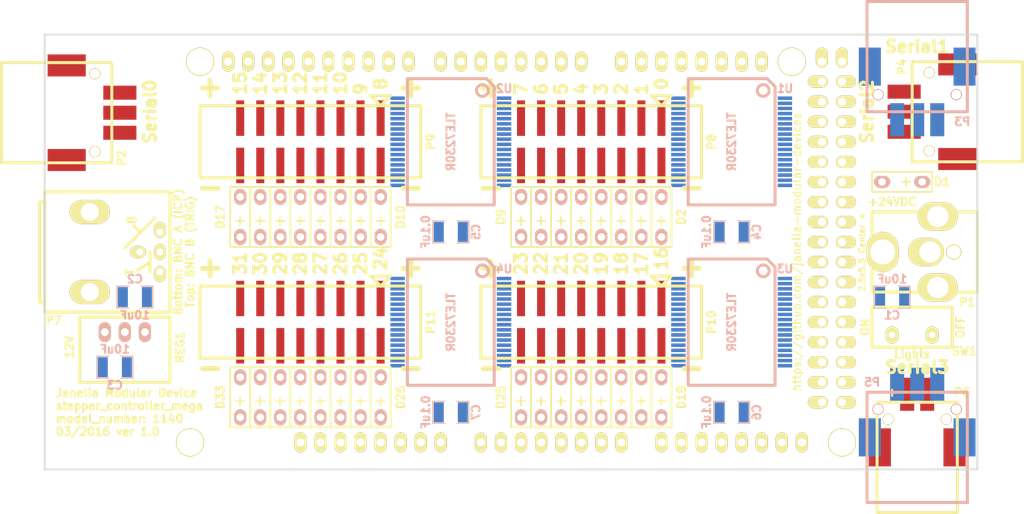
<source format=kicad_pcb>
(kicad_pcb (version 4) (host pcbnew 0.201603061448+6610~43~ubuntu14.04.1-product)

  (general
    (links 225)
    (no_connects 225)
    (area 87.439499 70.675499 218.374687 136.334501)
    (thickness 1.6)
    (drawings 64)
    (tracks 0)
    (zones 0)
    (modules 58)
    (nets 56)
  )

  (page A4)
  (title_block
    (title stepper_controller_mega)
    (rev 1.0)
  )

  (layers
    (0 F.Cu signal)
    (31 B.Cu signal)
    (32 B.Adhes user)
    (33 F.Adhes user)
    (34 B.Paste user)
    (35 F.Paste user)
    (36 B.SilkS user)
    (37 F.SilkS user)
    (38 B.Mask user)
    (39 F.Mask user)
    (40 Dwgs.User user hide)
    (41 Cmts.User user)
    (42 Eco1.User user)
    (43 Eco2.User user)
    (44 Edge.Cuts user)
    (45 Margin user)
    (46 B.CrtYd user)
    (47 F.CrtYd user)
    (48 B.Fab user)
    (49 F.Fab user)
  )

  (setup
    (last_trace_width 0.254)
    (trace_clearance 0.0254)
    (zone_clearance 0.2032)
    (zone_45_only no)
    (trace_min 0.254)
    (segment_width 0.381)
    (edge_width 0.2286)
    (via_size 0.889)
    (via_drill 0.635)
    (via_min_size 0.889)
    (via_min_drill 0.508)
    (uvia_size 0.508)
    (uvia_drill 0.127)
    (uvias_allowed no)
    (uvia_min_size 0.508)
    (uvia_min_drill 0.127)
    (pcb_text_width 0.3)
    (pcb_text_size 1.5 1.5)
    (mod_edge_width 0.381)
    (mod_text_size 1 1)
    (mod_text_width 0.15)
    (pad_size 1.016 4.4958)
    (pad_drill 0)
    (pad_to_mask_clearance 0)
    (aux_axis_origin 0 0)
    (visible_elements FFFFF77F)
    (pcbplotparams
      (layerselection 0x000f0_ffffffff)
      (usegerberextensions true)
      (excludeedgelayer false)
      (linewidth 0.100000)
      (plotframeref false)
      (viasonmask false)
      (mode 1)
      (useauxorigin false)
      (hpglpennumber 1)
      (hpglpenspeed 20)
      (hpglpendiameter 15)
      (psnegative false)
      (psa4output false)
      (plotreference true)
      (plotvalue true)
      (plotinvisibletext false)
      (padsonsilk false)
      (subtractmaskfromsilk true)
      (outputformat 1)
      (mirror false)
      (drillshape 0)
      (scaleselection 1)
      (outputdirectory gerbers/))
  )

  (net 0 "")
  (net 1 VAA)
  (net 2 GND)
  (net 3 /V_IN)
  (net 4 +5V)
  (net 5 /TX3)
  (net 6 /CS)
  (net 7 /MISO)
  (net 8 /MOSI)
  (net 9 /SCK)
  (net 10 /LED_PWR)
  (net 11 /OUT0)
  (net 12 /OUT1)
  (net 13 /OUT2)
  (net 14 /OUT3)
  (net 15 /OUT4)
  (net 16 /OUT5)
  (net 17 /OUT6)
  (net 18 /OUT7)
  (net 19 /OUT8)
  (net 20 /OUT9)
  (net 21 /OUT10)
  (net 22 /OUT11)
  (net 23 /OUT12)
  (net 24 /OUT13)
  (net 25 /OUT14)
  (net 26 /OUT15)
  (net 27 /BNC_A)
  (net 28 /BNC_B)
  (net 29 /OUT16)
  (net 30 /OUT17)
  (net 31 /OUT18)
  (net 32 /OUT19)
  (net 33 /OUT20)
  (net 34 /OUT21)
  (net 35 /OUT22)
  (net 36 /OUT23)
  (net 37 /OUT24)
  (net 38 /OUT25)
  (net 39 /OUT26)
  (net 40 /OUT27)
  (net 41 /OUT28)
  (net 42 /OUT29)
  (net 43 /OUT30)
  (net 44 /OUT31)
  (net 45 /RX0)
  (net 46 /TX0)
  (net 47 /RX3)
  (net 48 /TX2)
  (net 49 /RX2)
  (net 50 /TX1)
  (net 51 /RX1)
  (net 52 /RESET)
  (net 53 /SO1)
  (net 54 /SO2)
  (net 55 /SO3)

  (net_class Default "This is the default net class."
    (clearance 0.0254)
    (trace_width 0.254)
    (via_dia 0.889)
    (via_drill 0.635)
    (uvia_dia 0.508)
    (uvia_drill 0.127)
  )

  (net_class GND ""
    (clearance 0.1016)
    (trace_width 0.4064)
    (via_dia 0.889)
    (via_drill 0.635)
    (uvia_dia 0.508)
    (uvia_drill 0.127)
    (add_net GND)
  )

  (net_class LEDPOWER ""
    (clearance 0.254)
    (trace_width 0.508)
    (via_dia 0.889)
    (via_drill 0.635)
    (uvia_dia 0.508)
    (uvia_drill 0.127)
    (add_net /LED_PWR)
  )

  (net_class POWER ""
    (clearance 0.254)
    (trace_width 0.8128)
    (via_dia 0.889)
    (via_drill 0.635)
    (uvia_dia 0.508)
    (uvia_drill 0.127)
    (add_net /V_IN)
  )

  (net_class SIGNAL ""
    (clearance 0.1016)
    (trace_width 0.4064)
    (via_dia 0.889)
    (via_drill 0.635)
    (uvia_dia 0.508)
    (uvia_drill 0.127)
    (add_net +5V)
    (add_net /BNC_A)
    (add_net /BNC_B)
    (add_net /CS)
    (add_net /MISO)
    (add_net /MOSI)
    (add_net /OUT0)
    (add_net /OUT1)
    (add_net /OUT10)
    (add_net /OUT11)
    (add_net /OUT12)
    (add_net /OUT13)
    (add_net /OUT14)
    (add_net /OUT15)
    (add_net /OUT16)
    (add_net /OUT17)
    (add_net /OUT18)
    (add_net /OUT19)
    (add_net /OUT2)
    (add_net /OUT20)
    (add_net /OUT21)
    (add_net /OUT22)
    (add_net /OUT23)
    (add_net /OUT24)
    (add_net /OUT25)
    (add_net /OUT26)
    (add_net /OUT27)
    (add_net /OUT28)
    (add_net /OUT29)
    (add_net /OUT3)
    (add_net /OUT30)
    (add_net /OUT31)
    (add_net /OUT4)
    (add_net /OUT5)
    (add_net /OUT6)
    (add_net /OUT7)
    (add_net /OUT8)
    (add_net /OUT9)
    (add_net /RESET)
    (add_net /RX0)
    (add_net /RX1)
    (add_net /RX2)
    (add_net /RX3)
    (add_net /SCK)
    (add_net /SO1)
    (add_net /SO2)
    (add_net /SO3)
    (add_net /TX0)
    (add_net /TX1)
    (add_net /TX2)
    (add_net /TX3)
  )

  (net_class SUPERPOWER ""
    (clearance 0.254)
    (trace_width 1.016)
    (via_dia 0.889)
    (via_drill 0.635)
    (uvia_dia 0.508)
    (uvia_drill 0.127)
    (add_net VAA)
  )

  (module stepper_controller_mega:LED_555-3XXX (layer F.Cu) (tedit 54BECA24) (tstamp 54BEE58D)
    (at 118.11 121.285 180)
    (path /54AAFFE6)
    (fp_text reference D33 (at 2.54 0 450) (layer F.SilkS)
      (effects (font (size 1.016 1.016) (thickness 0.254)))
    )
    (fp_text value LED_24V (at 0 4.826 180) (layer F.SilkS) hide
      (effects (font (size 1.016 1.016) (thickness 0.254)))
    )
    (fp_line (start -0.508 -0.508) (end 0.508 -0.508) (layer F.SilkS) (width 0.2286))
    (fp_line (start 0 0) (end 0 -1.016) (layer F.SilkS) (width 0.2286))
    (fp_line (start -1.27 -3.81) (end 1.27 -3.81) (layer F.SilkS) (width 0.2286))
    (fp_line (start 1.27 -3.81) (end 1.27 3.81) (layer F.SilkS) (width 0.2286))
    (fp_line (start 1.27 3.81) (end -1.27 3.81) (layer F.SilkS) (width 0.2286))
    (fp_line (start -1.27 3.81) (end -1.27 -3.81) (layer F.SilkS) (width 0.2286))
    (pad 1 thru_hole oval (at 0 -2.54 180) (size 1.524 2.032) (drill 0.9652) (layers *.Cu *.SilkS *.Mask)
      (net 10 /LED_PWR))
    (pad 2 thru_hole oval (at 0 2.54 180) (size 1.524 2.032) (drill 0.9652) (layers *.Cu *.SilkS *.Mask)
      (net 44 /OUT31))
  )

  (module stepper_controller_mega:LED_555-3XXX (layer F.Cu) (tedit 54BECA2A) (tstamp 54BEE581)
    (at 120.65 121.285 180)
    (path /54AB05E3)
    (fp_text reference D32 (at 0 -5.842 270) (layer F.SilkS) hide
      (effects (font (size 1.016 1.016) (thickness 0.254)))
    )
    (fp_text value LED_24V (at 0 4.826 180) (layer F.SilkS) hide
      (effects (font (size 1.016 1.016) (thickness 0.254)))
    )
    (fp_line (start -0.508 -0.508) (end 0.508 -0.508) (layer F.SilkS) (width 0.2286))
    (fp_line (start 0 0) (end 0 -1.016) (layer F.SilkS) (width 0.2286))
    (fp_line (start -1.27 -3.81) (end 1.27 -3.81) (layer F.SilkS) (width 0.2286))
    (fp_line (start 1.27 -3.81) (end 1.27 3.81) (layer F.SilkS) (width 0.2286))
    (fp_line (start 1.27 3.81) (end -1.27 3.81) (layer F.SilkS) (width 0.2286))
    (fp_line (start -1.27 3.81) (end -1.27 -3.81) (layer F.SilkS) (width 0.2286))
    (pad 1 thru_hole oval (at 0 -2.54 180) (size 1.524 2.032) (drill 0.9652) (layers *.Cu *.SilkS *.Mask)
      (net 10 /LED_PWR))
    (pad 2 thru_hole oval (at 0 2.54 180) (size 1.524 2.032) (drill 0.9652) (layers *.Cu *.SilkS *.Mask)
      (net 43 /OUT30))
  )

  (module stepper_controller_mega:LED_555-3XXX (layer F.Cu) (tedit 54BECA2D) (tstamp 54BEE575)
    (at 123.19 121.285 180)
    (path /54AB0663)
    (fp_text reference D31 (at 0 -5.842 270) (layer F.SilkS) hide
      (effects (font (size 1.016 1.016) (thickness 0.254)))
    )
    (fp_text value LED_24V (at 0 4.826 180) (layer F.SilkS) hide
      (effects (font (size 1.016 1.016) (thickness 0.254)))
    )
    (fp_line (start -0.508 -0.508) (end 0.508 -0.508) (layer F.SilkS) (width 0.2286))
    (fp_line (start 0 0) (end 0 -1.016) (layer F.SilkS) (width 0.2286))
    (fp_line (start -1.27 -3.81) (end 1.27 -3.81) (layer F.SilkS) (width 0.2286))
    (fp_line (start 1.27 -3.81) (end 1.27 3.81) (layer F.SilkS) (width 0.2286))
    (fp_line (start 1.27 3.81) (end -1.27 3.81) (layer F.SilkS) (width 0.2286))
    (fp_line (start -1.27 3.81) (end -1.27 -3.81) (layer F.SilkS) (width 0.2286))
    (pad 1 thru_hole oval (at 0 -2.54 180) (size 1.524 2.032) (drill 0.9652) (layers *.Cu *.SilkS *.Mask)
      (net 10 /LED_PWR))
    (pad 2 thru_hole oval (at 0 2.54 180) (size 1.524 2.032) (drill 0.9652) (layers *.Cu *.SilkS *.Mask)
      (net 42 /OUT29))
  )

  (module stepper_controller_mega:LED_555-3XXX (layer F.Cu) (tedit 54BECA31) (tstamp 54BEE569)
    (at 125.73 121.285 180)
    (path /54AB066F)
    (fp_text reference D30 (at 0 -5.842 270) (layer F.SilkS) hide
      (effects (font (size 1.016 1.016) (thickness 0.254)))
    )
    (fp_text value LED_24V (at 0 4.826 180) (layer F.SilkS) hide
      (effects (font (size 1.016 1.016) (thickness 0.254)))
    )
    (fp_line (start -0.508 -0.508) (end 0.508 -0.508) (layer F.SilkS) (width 0.2286))
    (fp_line (start 0 0) (end 0 -1.016) (layer F.SilkS) (width 0.2286))
    (fp_line (start -1.27 -3.81) (end 1.27 -3.81) (layer F.SilkS) (width 0.2286))
    (fp_line (start 1.27 -3.81) (end 1.27 3.81) (layer F.SilkS) (width 0.2286))
    (fp_line (start 1.27 3.81) (end -1.27 3.81) (layer F.SilkS) (width 0.2286))
    (fp_line (start -1.27 3.81) (end -1.27 -3.81) (layer F.SilkS) (width 0.2286))
    (pad 1 thru_hole oval (at 0 -2.54 180) (size 1.524 2.032) (drill 0.9652) (layers *.Cu *.SilkS *.Mask)
      (net 10 /LED_PWR))
    (pad 2 thru_hole oval (at 0 2.54 180) (size 1.524 2.032) (drill 0.9652) (layers *.Cu *.SilkS *.Mask)
      (net 41 /OUT28))
  )

  (module stepper_controller_mega:LED_555-3XXX (layer F.Cu) (tedit 54BECA36) (tstamp 54BEE55D)
    (at 128.27 121.285 180)
    (path /54AB0797)
    (fp_text reference D29 (at 0 -5.842 270) (layer F.SilkS) hide
      (effects (font (size 1.016 1.016) (thickness 0.254)))
    )
    (fp_text value LED_24V (at 0 4.826 180) (layer F.SilkS) hide
      (effects (font (size 1.016 1.016) (thickness 0.254)))
    )
    (fp_line (start -0.508 -0.508) (end 0.508 -0.508) (layer F.SilkS) (width 0.2286))
    (fp_line (start 0 0) (end 0 -1.016) (layer F.SilkS) (width 0.2286))
    (fp_line (start -1.27 -3.81) (end 1.27 -3.81) (layer F.SilkS) (width 0.2286))
    (fp_line (start 1.27 -3.81) (end 1.27 3.81) (layer F.SilkS) (width 0.2286))
    (fp_line (start 1.27 3.81) (end -1.27 3.81) (layer F.SilkS) (width 0.2286))
    (fp_line (start -1.27 3.81) (end -1.27 -3.81) (layer F.SilkS) (width 0.2286))
    (pad 1 thru_hole oval (at 0 -2.54 180) (size 1.524 2.032) (drill 0.9652) (layers *.Cu *.SilkS *.Mask)
      (net 10 /LED_PWR))
    (pad 2 thru_hole oval (at 0 2.54 180) (size 1.524 2.032) (drill 0.9652) (layers *.Cu *.SilkS *.Mask)
      (net 40 /OUT27))
  )

  (module stepper_controller_mega:LED_555-3XXX (layer F.Cu) (tedit 54BECA3A) (tstamp 54BEE551)
    (at 130.81 121.285 180)
    (path /54AB07A3)
    (fp_text reference D28 (at 0 -5.842 270) (layer F.SilkS) hide
      (effects (font (size 1.016 1.016) (thickness 0.254)))
    )
    (fp_text value LED_24V (at 0 4.826 180) (layer F.SilkS) hide
      (effects (font (size 1.016 1.016) (thickness 0.254)))
    )
    (fp_line (start -0.508 -0.508) (end 0.508 -0.508) (layer F.SilkS) (width 0.2286))
    (fp_line (start 0 0) (end 0 -1.016) (layer F.SilkS) (width 0.2286))
    (fp_line (start -1.27 -3.81) (end 1.27 -3.81) (layer F.SilkS) (width 0.2286))
    (fp_line (start 1.27 -3.81) (end 1.27 3.81) (layer F.SilkS) (width 0.2286))
    (fp_line (start 1.27 3.81) (end -1.27 3.81) (layer F.SilkS) (width 0.2286))
    (fp_line (start -1.27 3.81) (end -1.27 -3.81) (layer F.SilkS) (width 0.2286))
    (pad 1 thru_hole oval (at 0 -2.54 180) (size 1.524 2.032) (drill 0.9652) (layers *.Cu *.SilkS *.Mask)
      (net 10 /LED_PWR))
    (pad 2 thru_hole oval (at 0 2.54 180) (size 1.524 2.032) (drill 0.9652) (layers *.Cu *.SilkS *.Mask)
      (net 39 /OUT26))
  )

  (module stepper_controller_mega:LED_555-3XXX (layer F.Cu) (tedit 54BECA3E) (tstamp 54BEE545)
    (at 133.35 121.285 180)
    (path /54AB07AF)
    (fp_text reference D27 (at 0 -5.842 270) (layer F.SilkS) hide
      (effects (font (size 1.016 1.016) (thickness 0.254)))
    )
    (fp_text value LED_24V (at 0 4.826 180) (layer F.SilkS) hide
      (effects (font (size 1.016 1.016) (thickness 0.254)))
    )
    (fp_line (start -0.508 -0.508) (end 0.508 -0.508) (layer F.SilkS) (width 0.2286))
    (fp_line (start 0 0) (end 0 -1.016) (layer F.SilkS) (width 0.2286))
    (fp_line (start -1.27 -3.81) (end 1.27 -3.81) (layer F.SilkS) (width 0.2286))
    (fp_line (start 1.27 -3.81) (end 1.27 3.81) (layer F.SilkS) (width 0.2286))
    (fp_line (start 1.27 3.81) (end -1.27 3.81) (layer F.SilkS) (width 0.2286))
    (fp_line (start -1.27 3.81) (end -1.27 -3.81) (layer F.SilkS) (width 0.2286))
    (pad 1 thru_hole oval (at 0 -2.54 180) (size 1.524 2.032) (drill 0.9652) (layers *.Cu *.SilkS *.Mask)
      (net 10 /LED_PWR))
    (pad 2 thru_hole oval (at 0 2.54 180) (size 1.524 2.032) (drill 0.9652) (layers *.Cu *.SilkS *.Mask)
      (net 38 /OUT25))
  )

  (module stepper_controller_mega:LED_555-3XXX (layer F.Cu) (tedit 54BECA1E) (tstamp 54BEE539)
    (at 135.89 121.285 180)
    (path /54AB07BB)
    (fp_text reference D26 (at -2.54 0 450) (layer F.SilkS)
      (effects (font (size 1.016 1.016) (thickness 0.254)))
    )
    (fp_text value LED_24V (at 0 4.826 180) (layer F.SilkS) hide
      (effects (font (size 1.016 1.016) (thickness 0.254)))
    )
    (fp_line (start -0.508 -0.508) (end 0.508 -0.508) (layer F.SilkS) (width 0.2286))
    (fp_line (start 0 0) (end 0 -1.016) (layer F.SilkS) (width 0.2286))
    (fp_line (start -1.27 -3.81) (end 1.27 -3.81) (layer F.SilkS) (width 0.2286))
    (fp_line (start 1.27 -3.81) (end 1.27 3.81) (layer F.SilkS) (width 0.2286))
    (fp_line (start 1.27 3.81) (end -1.27 3.81) (layer F.SilkS) (width 0.2286))
    (fp_line (start -1.27 3.81) (end -1.27 -3.81) (layer F.SilkS) (width 0.2286))
    (pad 1 thru_hole oval (at 0 -2.54 180) (size 1.524 2.032) (drill 0.9652) (layers *.Cu *.SilkS *.Mask)
      (net 10 /LED_PWR))
    (pad 2 thru_hole oval (at 0 2.54 180) (size 1.524 2.032) (drill 0.9652) (layers *.Cu *.SilkS *.Mask)
      (net 37 /OUT24))
  )

  (module stepper_controller_mega:LED_555-3XXX (layer F.Cu) (tedit 54BECA18) (tstamp 54BEE52D)
    (at 153.67 121.285 180)
    (path /54AB0B65)
    (fp_text reference D25 (at 2.54 0 450) (layer F.SilkS)
      (effects (font (size 1.016 1.016) (thickness 0.254)))
    )
    (fp_text value LED_24V (at 0 4.826 180) (layer F.SilkS) hide
      (effects (font (size 1.016 1.016) (thickness 0.254)))
    )
    (fp_line (start -0.508 -0.508) (end 0.508 -0.508) (layer F.SilkS) (width 0.2286))
    (fp_line (start 0 0) (end 0 -1.016) (layer F.SilkS) (width 0.2286))
    (fp_line (start -1.27 -3.81) (end 1.27 -3.81) (layer F.SilkS) (width 0.2286))
    (fp_line (start 1.27 -3.81) (end 1.27 3.81) (layer F.SilkS) (width 0.2286))
    (fp_line (start 1.27 3.81) (end -1.27 3.81) (layer F.SilkS) (width 0.2286))
    (fp_line (start -1.27 3.81) (end -1.27 -3.81) (layer F.SilkS) (width 0.2286))
    (pad 1 thru_hole oval (at 0 -2.54 180) (size 1.524 2.032) (drill 0.9652) (layers *.Cu *.SilkS *.Mask)
      (net 10 /LED_PWR))
    (pad 2 thru_hole oval (at 0 2.54 180) (size 1.524 2.032) (drill 0.9652) (layers *.Cu *.SilkS *.Mask)
      (net 36 /OUT23))
  )

  (module stepper_controller_mega:LED_555-3XXX (layer F.Cu) (tedit 54BECA43) (tstamp 54BEE521)
    (at 156.21 121.285 180)
    (path /54AB0B71)
    (fp_text reference D24 (at 0 -5.842 270) (layer F.SilkS) hide
      (effects (font (size 1.016 1.016) (thickness 0.254)))
    )
    (fp_text value LED_24V (at 0 4.826 180) (layer F.SilkS) hide
      (effects (font (size 1.016 1.016) (thickness 0.254)))
    )
    (fp_line (start -0.508 -0.508) (end 0.508 -0.508) (layer F.SilkS) (width 0.2286))
    (fp_line (start 0 0) (end 0 -1.016) (layer F.SilkS) (width 0.2286))
    (fp_line (start -1.27 -3.81) (end 1.27 -3.81) (layer F.SilkS) (width 0.2286))
    (fp_line (start 1.27 -3.81) (end 1.27 3.81) (layer F.SilkS) (width 0.2286))
    (fp_line (start 1.27 3.81) (end -1.27 3.81) (layer F.SilkS) (width 0.2286))
    (fp_line (start -1.27 3.81) (end -1.27 -3.81) (layer F.SilkS) (width 0.2286))
    (pad 1 thru_hole oval (at 0 -2.54 180) (size 1.524 2.032) (drill 0.9652) (layers *.Cu *.SilkS *.Mask)
      (net 10 /LED_PWR))
    (pad 2 thru_hole oval (at 0 2.54 180) (size 1.524 2.032) (drill 0.9652) (layers *.Cu *.SilkS *.Mask)
      (net 35 /OUT22))
  )

  (module stepper_controller_mega:LED_555-3XXX (layer F.Cu) (tedit 54BECA47) (tstamp 54BEE515)
    (at 158.75 121.285 180)
    (path /54AB0B7D)
    (fp_text reference D23 (at 0 -5.842 270) (layer F.SilkS) hide
      (effects (font (size 1.016 1.016) (thickness 0.254)))
    )
    (fp_text value LED_24V (at 0 4.826 180) (layer F.SilkS) hide
      (effects (font (size 1.016 1.016) (thickness 0.254)))
    )
    (fp_line (start -0.508 -0.508) (end 0.508 -0.508) (layer F.SilkS) (width 0.2286))
    (fp_line (start 0 0) (end 0 -1.016) (layer F.SilkS) (width 0.2286))
    (fp_line (start -1.27 -3.81) (end 1.27 -3.81) (layer F.SilkS) (width 0.2286))
    (fp_line (start 1.27 -3.81) (end 1.27 3.81) (layer F.SilkS) (width 0.2286))
    (fp_line (start 1.27 3.81) (end -1.27 3.81) (layer F.SilkS) (width 0.2286))
    (fp_line (start -1.27 3.81) (end -1.27 -3.81) (layer F.SilkS) (width 0.2286))
    (pad 1 thru_hole oval (at 0 -2.54 180) (size 1.524 2.032) (drill 0.9652) (layers *.Cu *.SilkS *.Mask)
      (net 10 /LED_PWR))
    (pad 2 thru_hole oval (at 0 2.54 180) (size 1.524 2.032) (drill 0.9652) (layers *.Cu *.SilkS *.Mask)
      (net 34 /OUT21))
  )

  (module stepper_controller_mega:LED_555-3XXX (layer F.Cu) (tedit 54BECA4A) (tstamp 54BEE509)
    (at 161.29 121.285 180)
    (path /54AB0B89)
    (fp_text reference D22 (at 0 -5.842 270) (layer F.SilkS) hide
      (effects (font (size 1.016 1.016) (thickness 0.254)))
    )
    (fp_text value LED_24V (at 0 4.826 180) (layer F.SilkS) hide
      (effects (font (size 1.016 1.016) (thickness 0.254)))
    )
    (fp_line (start -0.508 -0.508) (end 0.508 -0.508) (layer F.SilkS) (width 0.2286))
    (fp_line (start 0 0) (end 0 -1.016) (layer F.SilkS) (width 0.2286))
    (fp_line (start -1.27 -3.81) (end 1.27 -3.81) (layer F.SilkS) (width 0.2286))
    (fp_line (start 1.27 -3.81) (end 1.27 3.81) (layer F.SilkS) (width 0.2286))
    (fp_line (start 1.27 3.81) (end -1.27 3.81) (layer F.SilkS) (width 0.2286))
    (fp_line (start -1.27 3.81) (end -1.27 -3.81) (layer F.SilkS) (width 0.2286))
    (pad 1 thru_hole oval (at 0 -2.54 180) (size 1.524 2.032) (drill 0.9652) (layers *.Cu *.SilkS *.Mask)
      (net 10 /LED_PWR))
    (pad 2 thru_hole oval (at 0 2.54 180) (size 1.524 2.032) (drill 0.9652) (layers *.Cu *.SilkS *.Mask)
      (net 33 /OUT20))
  )

  (module stepper_controller_mega:LED_555-3XXX (layer F.Cu) (tedit 54BECA4E) (tstamp 54BEE4FD)
    (at 163.83 121.285 180)
    (path /54AB0B95)
    (fp_text reference D21 (at 0 -5.842 270) (layer F.SilkS) hide
      (effects (font (size 1.016 1.016) (thickness 0.254)))
    )
    (fp_text value LED_24V (at 0 4.826 180) (layer F.SilkS) hide
      (effects (font (size 1.016 1.016) (thickness 0.254)))
    )
    (fp_line (start -0.508 -0.508) (end 0.508 -0.508) (layer F.SilkS) (width 0.2286))
    (fp_line (start 0 0) (end 0 -1.016) (layer F.SilkS) (width 0.2286))
    (fp_line (start -1.27 -3.81) (end 1.27 -3.81) (layer F.SilkS) (width 0.2286))
    (fp_line (start 1.27 -3.81) (end 1.27 3.81) (layer F.SilkS) (width 0.2286))
    (fp_line (start 1.27 3.81) (end -1.27 3.81) (layer F.SilkS) (width 0.2286))
    (fp_line (start -1.27 3.81) (end -1.27 -3.81) (layer F.SilkS) (width 0.2286))
    (pad 1 thru_hole oval (at 0 -2.54 180) (size 1.524 2.032) (drill 0.9652) (layers *.Cu *.SilkS *.Mask)
      (net 10 /LED_PWR))
    (pad 2 thru_hole oval (at 0 2.54 180) (size 1.524 2.032) (drill 0.9652) (layers *.Cu *.SilkS *.Mask)
      (net 32 /OUT19))
  )

  (module stepper_controller_mega:LED_555-3XXX (layer F.Cu) (tedit 54BECA52) (tstamp 54BEE4F1)
    (at 166.37 121.285 180)
    (path /54AB0BA1)
    (fp_text reference D20 (at 0 -5.842 270) (layer F.SilkS) hide
      (effects (font (size 1.016 1.016) (thickness 0.254)))
    )
    (fp_text value LED_24V (at 0 4.826 180) (layer F.SilkS) hide
      (effects (font (size 1.016 1.016) (thickness 0.254)))
    )
    (fp_line (start -0.508 -0.508) (end 0.508 -0.508) (layer F.SilkS) (width 0.2286))
    (fp_line (start 0 0) (end 0 -1.016) (layer F.SilkS) (width 0.2286))
    (fp_line (start -1.27 -3.81) (end 1.27 -3.81) (layer F.SilkS) (width 0.2286))
    (fp_line (start 1.27 -3.81) (end 1.27 3.81) (layer F.SilkS) (width 0.2286))
    (fp_line (start 1.27 3.81) (end -1.27 3.81) (layer F.SilkS) (width 0.2286))
    (fp_line (start -1.27 3.81) (end -1.27 -3.81) (layer F.SilkS) (width 0.2286))
    (pad 1 thru_hole oval (at 0 -2.54 180) (size 1.524 2.032) (drill 0.9652) (layers *.Cu *.SilkS *.Mask)
      (net 10 /LED_PWR))
    (pad 2 thru_hole oval (at 0 2.54 180) (size 1.524 2.032) (drill 0.9652) (layers *.Cu *.SilkS *.Mask)
      (net 31 /OUT18))
  )

  (module stepper_controller_mega:LED_555-3XXX (layer F.Cu) (tedit 54BECA58) (tstamp 54BEE4E5)
    (at 168.91 121.285 180)
    (path /54AB0BAD)
    (fp_text reference D19 (at 0 -5.842 270) (layer F.SilkS) hide
      (effects (font (size 1.016 1.016) (thickness 0.254)))
    )
    (fp_text value LED_24V (at 0 4.826 180) (layer F.SilkS) hide
      (effects (font (size 1.016 1.016) (thickness 0.254)))
    )
    (fp_line (start -0.508 -0.508) (end 0.508 -0.508) (layer F.SilkS) (width 0.2286))
    (fp_line (start 0 0) (end 0 -1.016) (layer F.SilkS) (width 0.2286))
    (fp_line (start -1.27 -3.81) (end 1.27 -3.81) (layer F.SilkS) (width 0.2286))
    (fp_line (start 1.27 -3.81) (end 1.27 3.81) (layer F.SilkS) (width 0.2286))
    (fp_line (start 1.27 3.81) (end -1.27 3.81) (layer F.SilkS) (width 0.2286))
    (fp_line (start -1.27 3.81) (end -1.27 -3.81) (layer F.SilkS) (width 0.2286))
    (pad 1 thru_hole oval (at 0 -2.54 180) (size 1.524 2.032) (drill 0.9652) (layers *.Cu *.SilkS *.Mask)
      (net 10 /LED_PWR))
    (pad 2 thru_hole oval (at 0 2.54 180) (size 1.524 2.032) (drill 0.9652) (layers *.Cu *.SilkS *.Mask)
      (net 30 /OUT17))
  )

  (module stepper_controller_mega:LED_555-3XXX (layer F.Cu) (tedit 54BECA10) (tstamp 54BEE4D9)
    (at 171.45 121.285 180)
    (path /54AB0BB9)
    (fp_text reference D18 (at -2.54 0 450) (layer F.SilkS)
      (effects (font (size 1.016 1.016) (thickness 0.254)))
    )
    (fp_text value LED_24V (at 0 4.826 180) (layer F.SilkS) hide
      (effects (font (size 1.016 1.016) (thickness 0.254)))
    )
    (fp_line (start -0.508 -0.508) (end 0.508 -0.508) (layer F.SilkS) (width 0.2286))
    (fp_line (start 0 0) (end 0 -1.016) (layer F.SilkS) (width 0.2286))
    (fp_line (start -1.27 -3.81) (end 1.27 -3.81) (layer F.SilkS) (width 0.2286))
    (fp_line (start 1.27 -3.81) (end 1.27 3.81) (layer F.SilkS) (width 0.2286))
    (fp_line (start 1.27 3.81) (end -1.27 3.81) (layer F.SilkS) (width 0.2286))
    (fp_line (start -1.27 3.81) (end -1.27 -3.81) (layer F.SilkS) (width 0.2286))
    (pad 1 thru_hole oval (at 0 -2.54 180) (size 1.524 2.032) (drill 0.9652) (layers *.Cu *.SilkS *.Mask)
      (net 10 /LED_PWR))
    (pad 2 thru_hole oval (at 0 2.54 180) (size 1.524 2.032) (drill 0.9652) (layers *.Cu *.SilkS *.Mask)
      (net 29 /OUT16))
  )

  (module stepper_controller_mega:SM1210 (layer B.Cu) (tedit 56D854E4) (tstamp 54BEE4B5)
    (at 144.78 123.19)
    (tags "CMS SM")
    (path /54AADA2E)
    (attr smd)
    (fp_text reference C7 (at 3.175 0 90) (layer B.SilkS)
      (effects (font (size 1.016 1.016) (thickness 0.254)) (justify mirror))
    )
    (fp_text value 0.1uF (at -3.175 0 90) (layer B.SilkS)
      (effects (font (size 1.016 1.016) (thickness 0.254)) (justify mirror))
    )
    (fp_line (start -0.762 1.397) (end -2.286 1.397) (layer B.SilkS) (width 0.127))
    (fp_line (start -2.286 1.397) (end -2.286 -1.397) (layer B.SilkS) (width 0.127))
    (fp_line (start -2.286 -1.397) (end -0.762 -1.397) (layer B.SilkS) (width 0.127))
    (fp_line (start 0.762 -1.397) (end 2.286 -1.397) (layer B.SilkS) (width 0.127))
    (fp_line (start 2.286 -1.397) (end 2.286 1.397) (layer B.SilkS) (width 0.127))
    (fp_line (start 2.286 1.397) (end 0.762 1.397) (layer B.SilkS) (width 0.127))
    (pad 1 smd rect (at -1.524 0) (size 1.27 2.54) (layers B.Cu B.Paste B.Mask)
      (net 4 +5V))
    (pad 2 smd rect (at 1.524 0) (size 1.27 2.54) (layers B.Cu B.Paste B.Mask)
      (net 2 GND))
    (model smd/chip_cms.wrl
      (at (xyz 0 0 0))
      (scale (xyz 0.17 0.2 0.17))
      (rotate (xyz 0 0 0))
    )
  )

  (module stepper_controller_mega:LED_555-3XXX (layer F.Cu) (tedit 54BEC904) (tstamp 54AAFA87)
    (at 118.11 98.425 180)
    (path /54BF4B37)
    (fp_text reference D17 (at 2.54 0 450) (layer F.SilkS)
      (effects (font (size 1.016 1.016) (thickness 0.254)))
    )
    (fp_text value LED_24V (at 0 4.826 180) (layer F.SilkS) hide
      (effects (font (size 1.016 1.016) (thickness 0.254)))
    )
    (fp_line (start -0.508 -0.508) (end 0.508 -0.508) (layer F.SilkS) (width 0.2286))
    (fp_line (start 0 0) (end 0 -1.016) (layer F.SilkS) (width 0.2286))
    (fp_line (start -1.27 -3.81) (end 1.27 -3.81) (layer F.SilkS) (width 0.2286))
    (fp_line (start 1.27 -3.81) (end 1.27 3.81) (layer F.SilkS) (width 0.2286))
    (fp_line (start 1.27 3.81) (end -1.27 3.81) (layer F.SilkS) (width 0.2286))
    (fp_line (start -1.27 3.81) (end -1.27 -3.81) (layer F.SilkS) (width 0.2286))
    (pad 1 thru_hole oval (at 0 -2.54 180) (size 1.524 2.032) (drill 0.9652) (layers *.Cu *.SilkS *.Mask)
      (net 10 /LED_PWR))
    (pad 2 thru_hole oval (at 0 2.54 180) (size 1.524 2.032) (drill 0.9652) (layers *.Cu *.SilkS *.Mask)
      (net 26 /OUT15))
  )

  (module stepper_controller_mega:LED_555-3XXX (layer F.Cu) (tedit 54BEC8F6) (tstamp 54AAFA7B)
    (at 120.65 98.425 180)
    (path /54BF4B43)
    (fp_text reference D16 (at 0 -5.842 270) (layer F.SilkS) hide
      (effects (font (size 1.016 1.016) (thickness 0.254)))
    )
    (fp_text value LED_24V (at 0 4.826 180) (layer F.SilkS) hide
      (effects (font (size 1.016 1.016) (thickness 0.254)))
    )
    (fp_line (start -0.508 -0.508) (end 0.508 -0.508) (layer F.SilkS) (width 0.2286))
    (fp_line (start 0 0) (end 0 -1.016) (layer F.SilkS) (width 0.2286))
    (fp_line (start -1.27 -3.81) (end 1.27 -3.81) (layer F.SilkS) (width 0.2286))
    (fp_line (start 1.27 -3.81) (end 1.27 3.81) (layer F.SilkS) (width 0.2286))
    (fp_line (start 1.27 3.81) (end -1.27 3.81) (layer F.SilkS) (width 0.2286))
    (fp_line (start -1.27 3.81) (end -1.27 -3.81) (layer F.SilkS) (width 0.2286))
    (pad 1 thru_hole oval (at 0 -2.54 180) (size 1.524 2.032) (drill 0.9652) (layers *.Cu *.SilkS *.Mask)
      (net 10 /LED_PWR))
    (pad 2 thru_hole oval (at 0 2.54 180) (size 1.524 2.032) (drill 0.9652) (layers *.Cu *.SilkS *.Mask)
      (net 25 /OUT14))
  )

  (module stepper_controller_mega:LED_555-3XXX (layer F.Cu) (tedit 54BEC8F2) (tstamp 54AAFA6F)
    (at 123.19 98.425 180)
    (path /54BF4B4F)
    (fp_text reference D15 (at 0 -5.842 270) (layer F.SilkS) hide
      (effects (font (size 1.016 1.016) (thickness 0.254)))
    )
    (fp_text value LED_24V (at 0 4.826 180) (layer F.SilkS) hide
      (effects (font (size 1.016 1.016) (thickness 0.254)))
    )
    (fp_line (start -0.508 -0.508) (end 0.508 -0.508) (layer F.SilkS) (width 0.2286))
    (fp_line (start 0 0) (end 0 -1.016) (layer F.SilkS) (width 0.2286))
    (fp_line (start -1.27 -3.81) (end 1.27 -3.81) (layer F.SilkS) (width 0.2286))
    (fp_line (start 1.27 -3.81) (end 1.27 3.81) (layer F.SilkS) (width 0.2286))
    (fp_line (start 1.27 3.81) (end -1.27 3.81) (layer F.SilkS) (width 0.2286))
    (fp_line (start -1.27 3.81) (end -1.27 -3.81) (layer F.SilkS) (width 0.2286))
    (pad 1 thru_hole oval (at 0 -2.54 180) (size 1.524 2.032) (drill 0.9652) (layers *.Cu *.SilkS *.Mask)
      (net 10 /LED_PWR))
    (pad 2 thru_hole oval (at 0 2.54 180) (size 1.524 2.032) (drill 0.9652) (layers *.Cu *.SilkS *.Mask)
      (net 24 /OUT13))
  )

  (module stepper_controller_mega:LED_555-3XXX (layer F.Cu) (tedit 54BEC8EE) (tstamp 54AAFA63)
    (at 125.73 98.425 180)
    (path /54BF4B5B)
    (fp_text reference D14 (at 0 -5.842 270) (layer F.SilkS) hide
      (effects (font (size 1.016 1.016) (thickness 0.254)))
    )
    (fp_text value LED_24V (at 0 4.826 180) (layer F.SilkS) hide
      (effects (font (size 1.016 1.016) (thickness 0.254)))
    )
    (fp_line (start -0.508 -0.508) (end 0.508 -0.508) (layer F.SilkS) (width 0.2286))
    (fp_line (start 0 0) (end 0 -1.016) (layer F.SilkS) (width 0.2286))
    (fp_line (start -1.27 -3.81) (end 1.27 -3.81) (layer F.SilkS) (width 0.2286))
    (fp_line (start 1.27 -3.81) (end 1.27 3.81) (layer F.SilkS) (width 0.2286))
    (fp_line (start 1.27 3.81) (end -1.27 3.81) (layer F.SilkS) (width 0.2286))
    (fp_line (start -1.27 3.81) (end -1.27 -3.81) (layer F.SilkS) (width 0.2286))
    (pad 1 thru_hole oval (at 0 -2.54 180) (size 1.524 2.032) (drill 0.9652) (layers *.Cu *.SilkS *.Mask)
      (net 10 /LED_PWR))
    (pad 2 thru_hole oval (at 0 2.54 180) (size 1.524 2.032) (drill 0.9652) (layers *.Cu *.SilkS *.Mask)
      (net 23 /OUT12))
  )

  (module stepper_controller_mega:LED_555-3XXX (layer F.Cu) (tedit 54BEC8EB) (tstamp 54AAFA57)
    (at 128.27 98.425 180)
    (path /54BF4B67)
    (fp_text reference D13 (at 0 -5.842 270) (layer F.SilkS) hide
      (effects (font (size 1.016 1.016) (thickness 0.254)))
    )
    (fp_text value LED_24V (at 0 4.826 180) (layer F.SilkS) hide
      (effects (font (size 1.016 1.016) (thickness 0.254)))
    )
    (fp_line (start -0.508 -0.508) (end 0.508 -0.508) (layer F.SilkS) (width 0.2286))
    (fp_line (start 0 0) (end 0 -1.016) (layer F.SilkS) (width 0.2286))
    (fp_line (start -1.27 -3.81) (end 1.27 -3.81) (layer F.SilkS) (width 0.2286))
    (fp_line (start 1.27 -3.81) (end 1.27 3.81) (layer F.SilkS) (width 0.2286))
    (fp_line (start 1.27 3.81) (end -1.27 3.81) (layer F.SilkS) (width 0.2286))
    (fp_line (start -1.27 3.81) (end -1.27 -3.81) (layer F.SilkS) (width 0.2286))
    (pad 1 thru_hole oval (at 0 -2.54 180) (size 1.524 2.032) (drill 0.9652) (layers *.Cu *.SilkS *.Mask)
      (net 10 /LED_PWR))
    (pad 2 thru_hole oval (at 0 2.54 180) (size 1.524 2.032) (drill 0.9652) (layers *.Cu *.SilkS *.Mask)
      (net 22 /OUT11))
  )

  (module stepper_controller_mega:LED_555-3XXX (layer F.Cu) (tedit 54BEC8E7) (tstamp 54AAFA4B)
    (at 130.81 98.425 180)
    (path /54BF4B73)
    (fp_text reference D12 (at 0 -5.842 270) (layer F.SilkS) hide
      (effects (font (size 1.016 1.016) (thickness 0.254)))
    )
    (fp_text value LED_24V (at 0 4.826 180) (layer F.SilkS) hide
      (effects (font (size 1.016 1.016) (thickness 0.254)))
    )
    (fp_line (start -0.508 -0.508) (end 0.508 -0.508) (layer F.SilkS) (width 0.2286))
    (fp_line (start 0 0) (end 0 -1.016) (layer F.SilkS) (width 0.2286))
    (fp_line (start -1.27 -3.81) (end 1.27 -3.81) (layer F.SilkS) (width 0.2286))
    (fp_line (start 1.27 -3.81) (end 1.27 3.81) (layer F.SilkS) (width 0.2286))
    (fp_line (start 1.27 3.81) (end -1.27 3.81) (layer F.SilkS) (width 0.2286))
    (fp_line (start -1.27 3.81) (end -1.27 -3.81) (layer F.SilkS) (width 0.2286))
    (pad 1 thru_hole oval (at 0 -2.54 180) (size 1.524 2.032) (drill 0.9652) (layers *.Cu *.SilkS *.Mask)
      (net 10 /LED_PWR))
    (pad 2 thru_hole oval (at 0 2.54 180) (size 1.524 2.032) (drill 0.9652) (layers *.Cu *.SilkS *.Mask)
      (net 21 /OUT10))
  )

  (module stepper_controller_mega:LED_555-3XXX (layer F.Cu) (tedit 54BEC8D8) (tstamp 54AAFA3F)
    (at 133.35 98.425 180)
    (path /54BF4B7F)
    (fp_text reference D11 (at 0 -5.842 270) (layer F.SilkS) hide
      (effects (font (size 1.016 1.016) (thickness 0.254)))
    )
    (fp_text value LED_24V (at 0 4.826 180) (layer F.SilkS) hide
      (effects (font (size 1.016 1.016) (thickness 0.254)))
    )
    (fp_line (start -0.508 -0.508) (end 0.508 -0.508) (layer F.SilkS) (width 0.2286))
    (fp_line (start 0 0) (end 0 -1.016) (layer F.SilkS) (width 0.2286))
    (fp_line (start -1.27 -3.81) (end 1.27 -3.81) (layer F.SilkS) (width 0.2286))
    (fp_line (start 1.27 -3.81) (end 1.27 3.81) (layer F.SilkS) (width 0.2286))
    (fp_line (start 1.27 3.81) (end -1.27 3.81) (layer F.SilkS) (width 0.2286))
    (fp_line (start -1.27 3.81) (end -1.27 -3.81) (layer F.SilkS) (width 0.2286))
    (pad 1 thru_hole oval (at 0 -2.54 180) (size 1.524 2.032) (drill 0.9652) (layers *.Cu *.SilkS *.Mask)
      (net 10 /LED_PWR))
    (pad 2 thru_hole oval (at 0 2.54 180) (size 1.524 2.032) (drill 0.9652) (layers *.Cu *.SilkS *.Mask)
      (net 20 /OUT9))
  )

  (module stepper_controller_mega:LED_555-3XXX (layer F.Cu) (tedit 54BEC8FF) (tstamp 54AAFA33)
    (at 135.89 98.425 180)
    (path /54BF4B8B)
    (fp_text reference D10 (at -2.54 0 450) (layer F.SilkS)
      (effects (font (size 1.016 1.016) (thickness 0.254)))
    )
    (fp_text value LED_24V (at 0 4.826 180) (layer F.SilkS) hide
      (effects (font (size 1.016 1.016) (thickness 0.254)))
    )
    (fp_line (start -0.508 -0.508) (end 0.508 -0.508) (layer F.SilkS) (width 0.2286))
    (fp_line (start 0 0) (end 0 -1.016) (layer F.SilkS) (width 0.2286))
    (fp_line (start -1.27 -3.81) (end 1.27 -3.81) (layer F.SilkS) (width 0.2286))
    (fp_line (start 1.27 -3.81) (end 1.27 3.81) (layer F.SilkS) (width 0.2286))
    (fp_line (start 1.27 3.81) (end -1.27 3.81) (layer F.SilkS) (width 0.2286))
    (fp_line (start -1.27 3.81) (end -1.27 -3.81) (layer F.SilkS) (width 0.2286))
    (pad 1 thru_hole oval (at 0 -2.54 180) (size 1.524 2.032) (drill 0.9652) (layers *.Cu *.SilkS *.Mask)
      (net 10 /LED_PWR))
    (pad 2 thru_hole oval (at 0 2.54 180) (size 1.524 2.032) (drill 0.9652) (layers *.Cu *.SilkS *.Mask)
      (net 19 /OUT8))
  )

  (module stepper_controller_mega:LED_555-3XXX (layer F.Cu) (tedit 54BEC4D2) (tstamp 54AAFA27)
    (at 153.67 98.425 180)
    (path /54BF4B97)
    (fp_text reference D9 (at 2.54 0 450) (layer F.SilkS)
      (effects (font (size 1.016 1.016) (thickness 0.254)))
    )
    (fp_text value LED_24V (at 0 4.826 180) (layer F.SilkS) hide
      (effects (font (size 1.016 1.016) (thickness 0.254)))
    )
    (fp_line (start -0.508 -0.508) (end 0.508 -0.508) (layer F.SilkS) (width 0.2286))
    (fp_line (start 0 0) (end 0 -1.016) (layer F.SilkS) (width 0.2286))
    (fp_line (start -1.27 -3.81) (end 1.27 -3.81) (layer F.SilkS) (width 0.2286))
    (fp_line (start 1.27 -3.81) (end 1.27 3.81) (layer F.SilkS) (width 0.2286))
    (fp_line (start 1.27 3.81) (end -1.27 3.81) (layer F.SilkS) (width 0.2286))
    (fp_line (start -1.27 3.81) (end -1.27 -3.81) (layer F.SilkS) (width 0.2286))
    (pad 1 thru_hole oval (at 0 -2.54 180) (size 1.524 2.032) (drill 0.9652) (layers *.Cu *.SilkS *.Mask)
      (net 10 /LED_PWR))
    (pad 2 thru_hole oval (at 0 2.54 180) (size 1.524 2.032) (drill 0.9652) (layers *.Cu *.SilkS *.Mask)
      (net 18 /OUT7))
  )

  (module stepper_controller_mega:LED_555-3XXX (layer F.Cu) (tedit 54BEC4A2) (tstamp 54AAFA1B)
    (at 156.21 98.425 180)
    (path /54BF4BA3)
    (fp_text reference D8 (at 0 -5.842 270) (layer F.SilkS) hide
      (effects (font (size 1.016 1.016) (thickness 0.254)))
    )
    (fp_text value LED_24V (at 0 4.826 180) (layer F.SilkS) hide
      (effects (font (size 1.016 1.016) (thickness 0.254)))
    )
    (fp_line (start -0.508 -0.508) (end 0.508 -0.508) (layer F.SilkS) (width 0.2286))
    (fp_line (start 0 0) (end 0 -1.016) (layer F.SilkS) (width 0.2286))
    (fp_line (start -1.27 -3.81) (end 1.27 -3.81) (layer F.SilkS) (width 0.2286))
    (fp_line (start 1.27 -3.81) (end 1.27 3.81) (layer F.SilkS) (width 0.2286))
    (fp_line (start 1.27 3.81) (end -1.27 3.81) (layer F.SilkS) (width 0.2286))
    (fp_line (start -1.27 3.81) (end -1.27 -3.81) (layer F.SilkS) (width 0.2286))
    (pad 1 thru_hole oval (at 0 -2.54 180) (size 1.524 2.032) (drill 0.9652) (layers *.Cu *.SilkS *.Mask)
      (net 10 /LED_PWR))
    (pad 2 thru_hole oval (at 0 2.54 180) (size 1.524 2.032) (drill 0.9652) (layers *.Cu *.SilkS *.Mask)
      (net 17 /OUT6))
  )

  (module stepper_controller_mega:LED_555-3XXX (layer F.Cu) (tedit 54BEC49D) (tstamp 54AAFA0F)
    (at 158.75 98.425 180)
    (path /54BF4BAF)
    (fp_text reference D7 (at 0 -5.842 270) (layer F.SilkS) hide
      (effects (font (size 1.016 1.016) (thickness 0.254)))
    )
    (fp_text value LED_24V (at 0 4.826 180) (layer F.SilkS) hide
      (effects (font (size 1.016 1.016) (thickness 0.254)))
    )
    (fp_line (start -0.508 -0.508) (end 0.508 -0.508) (layer F.SilkS) (width 0.2286))
    (fp_line (start 0 0) (end 0 -1.016) (layer F.SilkS) (width 0.2286))
    (fp_line (start -1.27 -3.81) (end 1.27 -3.81) (layer F.SilkS) (width 0.2286))
    (fp_line (start 1.27 -3.81) (end 1.27 3.81) (layer F.SilkS) (width 0.2286))
    (fp_line (start 1.27 3.81) (end -1.27 3.81) (layer F.SilkS) (width 0.2286))
    (fp_line (start -1.27 3.81) (end -1.27 -3.81) (layer F.SilkS) (width 0.2286))
    (pad 1 thru_hole oval (at 0 -2.54 180) (size 1.524 2.032) (drill 0.9652) (layers *.Cu *.SilkS *.Mask)
      (net 10 /LED_PWR))
    (pad 2 thru_hole oval (at 0 2.54 180) (size 1.524 2.032) (drill 0.9652) (layers *.Cu *.SilkS *.Mask)
      (net 16 /OUT5))
  )

  (module stepper_controller_mega:LED_555-3XXX (layer F.Cu) (tedit 54BEC498) (tstamp 54AAFA03)
    (at 161.29 98.425 180)
    (path /54BF4BBB)
    (fp_text reference D6 (at 0 -5.842 270) (layer F.SilkS) hide
      (effects (font (size 1.016 1.016) (thickness 0.254)))
    )
    (fp_text value LED_24V (at 0 4.826 180) (layer F.SilkS) hide
      (effects (font (size 1.016 1.016) (thickness 0.254)))
    )
    (fp_line (start -0.508 -0.508) (end 0.508 -0.508) (layer F.SilkS) (width 0.2286))
    (fp_line (start 0 0) (end 0 -1.016) (layer F.SilkS) (width 0.2286))
    (fp_line (start -1.27 -3.81) (end 1.27 -3.81) (layer F.SilkS) (width 0.2286))
    (fp_line (start 1.27 -3.81) (end 1.27 3.81) (layer F.SilkS) (width 0.2286))
    (fp_line (start 1.27 3.81) (end -1.27 3.81) (layer F.SilkS) (width 0.2286))
    (fp_line (start -1.27 3.81) (end -1.27 -3.81) (layer F.SilkS) (width 0.2286))
    (pad 1 thru_hole oval (at 0 -2.54 180) (size 1.524 2.032) (drill 0.9652) (layers *.Cu *.SilkS *.Mask)
      (net 10 /LED_PWR))
    (pad 2 thru_hole oval (at 0 2.54 180) (size 1.524 2.032) (drill 0.9652) (layers *.Cu *.SilkS *.Mask)
      (net 15 /OUT4))
  )

  (module stepper_controller_mega:LED_555-3XXX (layer F.Cu) (tedit 54BEC492) (tstamp 54AAF9F7)
    (at 163.83 98.425 180)
    (path /54BF4BC7)
    (fp_text reference D5 (at 0 -5.842 270) (layer F.SilkS) hide
      (effects (font (size 1.016 1.016) (thickness 0.254)))
    )
    (fp_text value LED_24V (at 0 4.826 180) (layer F.SilkS) hide
      (effects (font (size 1.016 1.016) (thickness 0.254)))
    )
    (fp_line (start -0.508 -0.508) (end 0.508 -0.508) (layer F.SilkS) (width 0.2286))
    (fp_line (start 0 0) (end 0 -1.016) (layer F.SilkS) (width 0.2286))
    (fp_line (start -1.27 -3.81) (end 1.27 -3.81) (layer F.SilkS) (width 0.2286))
    (fp_line (start 1.27 -3.81) (end 1.27 3.81) (layer F.SilkS) (width 0.2286))
    (fp_line (start 1.27 3.81) (end -1.27 3.81) (layer F.SilkS) (width 0.2286))
    (fp_line (start -1.27 3.81) (end -1.27 -3.81) (layer F.SilkS) (width 0.2286))
    (pad 1 thru_hole oval (at 0 -2.54 180) (size 1.524 2.032) (drill 0.9652) (layers *.Cu *.SilkS *.Mask)
      (net 10 /LED_PWR))
    (pad 2 thru_hole oval (at 0 2.54 180) (size 1.524 2.032) (drill 0.9652) (layers *.Cu *.SilkS *.Mask)
      (net 14 /OUT3))
  )

  (module stepper_controller_mega:LED_555-3XXX (layer F.Cu) (tedit 54BEC48B) (tstamp 54AAF9EB)
    (at 166.37 98.425 180)
    (path /54BF4BD3)
    (fp_text reference D4 (at 0 -5.842 270) (layer F.SilkS) hide
      (effects (font (size 1.016 1.016) (thickness 0.254)))
    )
    (fp_text value LED_24V (at 0 4.826 180) (layer F.SilkS) hide
      (effects (font (size 1.016 1.016) (thickness 0.254)))
    )
    (fp_line (start -0.508 -0.508) (end 0.508 -0.508) (layer F.SilkS) (width 0.2286))
    (fp_line (start 0 0) (end 0 -1.016) (layer F.SilkS) (width 0.2286))
    (fp_line (start -1.27 -3.81) (end 1.27 -3.81) (layer F.SilkS) (width 0.2286))
    (fp_line (start 1.27 -3.81) (end 1.27 3.81) (layer F.SilkS) (width 0.2286))
    (fp_line (start 1.27 3.81) (end -1.27 3.81) (layer F.SilkS) (width 0.2286))
    (fp_line (start -1.27 3.81) (end -1.27 -3.81) (layer F.SilkS) (width 0.2286))
    (pad 1 thru_hole oval (at 0 -2.54 180) (size 1.524 2.032) (drill 0.9652) (layers *.Cu *.SilkS *.Mask)
      (net 10 /LED_PWR))
    (pad 2 thru_hole oval (at 0 2.54 180) (size 1.524 2.032) (drill 0.9652) (layers *.Cu *.SilkS *.Mask)
      (net 13 /OUT2))
  )

  (module stepper_controller_mega:LED_555-3XXX (layer F.Cu) (tedit 54BEC483) (tstamp 54AAF9DF)
    (at 168.91 98.425 180)
    (path /54BF4BDF)
    (fp_text reference D3 (at 0 -5.842 270) (layer F.SilkS) hide
      (effects (font (size 1.016 1.016) (thickness 0.254)))
    )
    (fp_text value LED_24V (at 0 4.826 180) (layer F.SilkS) hide
      (effects (font (size 1.016 1.016) (thickness 0.254)))
    )
    (fp_line (start -0.508 -0.508) (end 0.508 -0.508) (layer F.SilkS) (width 0.2286))
    (fp_line (start 0 0) (end 0 -1.016) (layer F.SilkS) (width 0.2286))
    (fp_line (start -1.27 -3.81) (end 1.27 -3.81) (layer F.SilkS) (width 0.2286))
    (fp_line (start 1.27 -3.81) (end 1.27 3.81) (layer F.SilkS) (width 0.2286))
    (fp_line (start 1.27 3.81) (end -1.27 3.81) (layer F.SilkS) (width 0.2286))
    (fp_line (start -1.27 3.81) (end -1.27 -3.81) (layer F.SilkS) (width 0.2286))
    (pad 1 thru_hole oval (at 0 -2.54 180) (size 1.524 2.032) (drill 0.9652) (layers *.Cu *.SilkS *.Mask)
      (net 10 /LED_PWR))
    (pad 2 thru_hole oval (at 0 2.54 180) (size 1.524 2.032) (drill 0.9652) (layers *.Cu *.SilkS *.Mask)
      (net 12 /OUT1))
  )

  (module stepper_controller_mega:LED_555-3XXX (layer F.Cu) (tedit 54BEC4CB) (tstamp 54AAF9D3)
    (at 171.45 98.425 180)
    (path /54BF4BEB)
    (fp_text reference D2 (at -2.54 0 450) (layer F.SilkS)
      (effects (font (size 1.016 1.016) (thickness 0.254)))
    )
    (fp_text value LED_24V (at 0 4.826 180) (layer F.SilkS) hide
      (effects (font (size 1.016 1.016) (thickness 0.254)))
    )
    (fp_line (start -0.508 -0.508) (end 0.508 -0.508) (layer F.SilkS) (width 0.2286))
    (fp_line (start 0 0) (end 0 -1.016) (layer F.SilkS) (width 0.2286))
    (fp_line (start -1.27 -3.81) (end 1.27 -3.81) (layer F.SilkS) (width 0.2286))
    (fp_line (start 1.27 -3.81) (end 1.27 3.81) (layer F.SilkS) (width 0.2286))
    (fp_line (start 1.27 3.81) (end -1.27 3.81) (layer F.SilkS) (width 0.2286))
    (fp_line (start -1.27 3.81) (end -1.27 -3.81) (layer F.SilkS) (width 0.2286))
    (pad 1 thru_hole oval (at 0 -2.54 180) (size 1.524 2.032) (drill 0.9652) (layers *.Cu *.SilkS *.Mask)
      (net 10 /LED_PWR))
    (pad 2 thru_hole oval (at 0 2.54 180) (size 1.524 2.032) (drill 0.9652) (layers *.Cu *.SilkS *.Mask)
      (net 11 /OUT0))
  )

  (module stepper_controller_mega:LED_555-3XXX (layer F.Cu) (tedit 56D075D4) (tstamp 5480C9AB)
    (at 201.93 93.98 270)
    (path /54891A64)
    (fp_text reference D1 (at 0 -5.08 540) (layer F.SilkS)
      (effects (font (size 1.016 1.016) (thickness 0.254)))
    )
    (fp_text value LED_24V (at 0 4.826 270) (layer F.SilkS) hide
      (effects (font (size 1.016 1.016) (thickness 0.254)))
    )
    (fp_line (start -0.508 -0.508) (end 0.508 -0.508) (layer F.SilkS) (width 0.2286))
    (fp_line (start 0 0) (end 0 -1.016) (layer F.SilkS) (width 0.2286))
    (fp_line (start -1.27 -3.81) (end 1.27 -3.81) (layer F.SilkS) (width 0.2286))
    (fp_line (start 1.27 -3.81) (end 1.27 3.81) (layer F.SilkS) (width 0.2286))
    (fp_line (start 1.27 3.81) (end -1.27 3.81) (layer F.SilkS) (width 0.2286))
    (fp_line (start -1.27 3.81) (end -1.27 -3.81) (layer F.SilkS) (width 0.2286))
    (pad 1 thru_hole oval (at 0 -2.54 270) (size 1.524 2.032) (drill 0.9652) (layers *.Cu *.SilkS *.Mask)
      (net 10 /LED_PWR))
    (pad 2 thru_hole oval (at 0 2.54 270) (size 1.524 2.032) (drill 0.9652) (layers *.Cu *.SilkS *.Mask)
      (net 2 GND))
  )

  (module stepper_controller_mega:DC_DC_CONV_R78C (layer F.Cu) (tedit 56D078D5) (tstamp 5480CA49)
    (at 103.505 113.03 180)
    (path /5489CB72)
    (fp_text reference REG1 (at -6.985 -1.905 270) (layer F.SilkS)
      (effects (font (size 1.016 1.016) (thickness 0.254)))
    )
    (fp_text value CONV_DC_DC_12V_1A (at 6.858 -2.286 270) (layer F.SilkS) hide
      (effects (font (size 1.016 1.016) (thickness 0.254)))
    )
    (fp_line (start 5.715 1.905) (end 5.715 -6.35) (layer F.SilkS) (width 0.381))
    (fp_line (start 5.715 -6.35) (end -5.715 -6.35) (layer F.SilkS) (width 0.381))
    (fp_line (start -5.715 -6.35) (end -5.715 1.905) (layer F.SilkS) (width 0.381))
    (fp_line (start -5.715 1.905) (end 5.715 1.905) (layer F.SilkS) (width 0.381))
    (pad 2 thru_hole oval (at 0 0 180) (size 1.524 2.54) (drill 0.9906) (layers *.Cu *.SilkS *.Mask)
      (net 2 GND))
    (pad 3 thru_hole oval (at 2.54 0 180) (size 1.524 2.54) (drill 0.9906) (layers *.Cu *.SilkS *.Mask)
      (net 3 /V_IN))
    (pad 1 thru_hole oval (at -2.54 0 180) (size 1.524 2.54) (drill 0.9906) (layers *.Cu *.SilkS *.Mask)
      (net 1 VAA))
  )

  (module stepper_controller_mega:DCJACK_2PIN_HIGHCURRENT (layer F.Cu) (tedit 5488CB56) (tstamp 5480C9FD)
    (at 211.455 102.87 270)
    (path /5488FCDE)
    (fp_text reference P1 (at 6.35 1.27 360) (layer F.SilkS)
      (effects (font (size 1.016 1.016) (thickness 0.254)))
    )
    (fp_text value PWR_JACK_2.5x5.5 (at -6.35 10.795 360) (layer F.SilkS) hide
      (effects (font (size 1.016 1.016) (thickness 0.254)))
    )
    (fp_line (start -5.08 13.335) (end 5.08 13.335) (layer F.SilkS) (width 0.381))
    (fp_line (start 5.08 13.335) (end 5.08 0) (layer F.SilkS) (width 0.381))
    (fp_line (start -5.08 13.335) (end -5.08 0) (layer F.SilkS) (width 0.381))
    (fp_line (start -5.08 0) (end 5.08 0) (layer F.SilkS) (width 0.381))
    (pad "" thru_hole circle (at 0 2.9972 270) (size 1.9304 1.9304) (drill 1.6002) (layers *.Cu *.Mask F.SilkS))
    (pad 2 thru_hole oval (at 0 5.9944 270) (size 3.556 4.572) (drill 2.6924 (offset 0 0.508)) (layers *.Cu *.Mask F.SilkS)
      (net 2 GND))
    (pad 1 thru_hole oval (at 0 11.9888 270) (size 5.08 4.064) (drill 3.1496) (layers *.Cu *.Mask F.SilkS)
      (net 1 VAA))
    (pad "" thru_hole oval (at -4.4958 5.0038 270) (size 3.556 5.08) (drill 2.6924) (layers *.Cu *.Mask F.SilkS))
    (pad "" thru_hole oval (at 4.4958 5.0038 270) (size 3.556 5.08) (drill 2.6924) (layers *.Cu *.Mask F.SilkS))
  )

  (module stepper_controller_mega:SM1210 (layer B.Cu) (tedit 5481F170) (tstamp 5480C963)
    (at 200.66 108.585)
    (tags "CMS SM")
    (path /56D083E8)
    (attr smd)
    (fp_text reference C1 (at 0 2.286) (layer B.SilkS)
      (effects (font (size 1.016 1.016) (thickness 0.254)) (justify mirror))
    )
    (fp_text value 10uF (at 0 -2.286) (layer B.SilkS)
      (effects (font (size 1.016 1.016) (thickness 0.254)) (justify mirror))
    )
    (fp_line (start -0.762 1.397) (end -2.286 1.397) (layer B.SilkS) (width 0.127))
    (fp_line (start -2.286 1.397) (end -2.286 -1.397) (layer B.SilkS) (width 0.127))
    (fp_line (start -2.286 -1.397) (end -0.762 -1.397) (layer B.SilkS) (width 0.127))
    (fp_line (start 0.762 -1.397) (end 2.286 -1.397) (layer B.SilkS) (width 0.127))
    (fp_line (start 2.286 -1.397) (end 2.286 1.397) (layer B.SilkS) (width 0.127))
    (fp_line (start 2.286 1.397) (end 0.762 1.397) (layer B.SilkS) (width 0.127))
    (pad 1 smd rect (at -1.524 0) (size 1.27 2.54) (layers B.Cu B.Paste B.Mask)
      (net 1 VAA))
    (pad 2 smd rect (at 1.524 0) (size 1.27 2.54) (layers B.Cu B.Paste B.Mask)
      (net 2 GND))
    (model smd/chip_cms.wrl
      (at (xyz 0 0 0))
      (scale (xyz 0.17 0.2 0.17))
      (rotate (xyz 0 0 0))
    )
  )

  (module stepper_controller_mega:SM1210 (layer B.Cu) (tedit 5481F170) (tstamp 5480C96F)
    (at 104.775 108.585 180)
    (tags "CMS SM")
    (path /548925C4)
    (attr smd)
    (fp_text reference C2 (at 0 2.286 180) (layer B.SilkS)
      (effects (font (size 1.016 1.016) (thickness 0.254)) (justify mirror))
    )
    (fp_text value 10uF (at 0 -2.286 180) (layer B.SilkS)
      (effects (font (size 1.016 1.016) (thickness 0.254)) (justify mirror))
    )
    (fp_line (start -0.762 1.397) (end -2.286 1.397) (layer B.SilkS) (width 0.127))
    (fp_line (start -2.286 1.397) (end -2.286 -1.397) (layer B.SilkS) (width 0.127))
    (fp_line (start -2.286 -1.397) (end -0.762 -1.397) (layer B.SilkS) (width 0.127))
    (fp_line (start 0.762 -1.397) (end 2.286 -1.397) (layer B.SilkS) (width 0.127))
    (fp_line (start 2.286 -1.397) (end 2.286 1.397) (layer B.SilkS) (width 0.127))
    (fp_line (start 2.286 1.397) (end 0.762 1.397) (layer B.SilkS) (width 0.127))
    (pad 1 smd rect (at -1.524 0 180) (size 1.27 2.54) (layers B.Cu B.Paste B.Mask)
      (net 1 VAA))
    (pad 2 smd rect (at 1.524 0 180) (size 1.27 2.54) (layers B.Cu B.Paste B.Mask)
      (net 2 GND))
    (model smd/chip_cms.wrl
      (at (xyz 0 0 0))
      (scale (xyz 0.17 0.2 0.17))
      (rotate (xyz 0 0 0))
    )
  )

  (module stepper_controller_mega:SM1210 (layer B.Cu) (tedit 56D85500) (tstamp 5480C99F)
    (at 180.34 123.19)
    (tags "CMS SM")
    (path /548B293B)
    (attr smd)
    (fp_text reference C6 (at 3.175 0 90) (layer B.SilkS)
      (effects (font (size 1.016 1.016) (thickness 0.254)) (justify mirror))
    )
    (fp_text value 0.1uF (at -3.175 0 90) (layer B.SilkS)
      (effects (font (size 1.016 1.016) (thickness 0.254)) (justify mirror))
    )
    (fp_line (start -0.762 1.397) (end -2.286 1.397) (layer B.SilkS) (width 0.127))
    (fp_line (start -2.286 1.397) (end -2.286 -1.397) (layer B.SilkS) (width 0.127))
    (fp_line (start -2.286 -1.397) (end -0.762 -1.397) (layer B.SilkS) (width 0.127))
    (fp_line (start 0.762 -1.397) (end 2.286 -1.397) (layer B.SilkS) (width 0.127))
    (fp_line (start 2.286 -1.397) (end 2.286 1.397) (layer B.SilkS) (width 0.127))
    (fp_line (start 2.286 1.397) (end 0.762 1.397) (layer B.SilkS) (width 0.127))
    (pad 1 smd rect (at -1.524 0) (size 1.27 2.54) (layers B.Cu B.Paste B.Mask)
      (net 4 +5V))
    (pad 2 smd rect (at 1.524 0) (size 1.27 2.54) (layers B.Cu B.Paste B.Mask)
      (net 2 GND))
    (model smd/chip_cms.wrl
      (at (xyz 0 0 0))
      (scale (xyz 0.17 0.2 0.17))
      (rotate (xyz 0 0 0))
    )
  )

  (module stepper_controller_mega:BNC_DOUBLE (layer F.Cu) (tedit 56D078E1) (tstamp 56CF966E)
    (at 99.06 102.87 90)
    (path /54ADBC63)
    (fp_text reference P7 (at -8.636 -4.572 360) (layer F.SilkS)
      (effects (font (size 1.016 1.016) (thickness 0.254)))
    )
    (fp_text value BNC_DOUBLE_RA (at -8.636 0 180) (layer F.SilkS) hide
      (effects (font (size 1.016 1.016) (thickness 0.254)))
    )
    (fp_text user "Top: BNC B (TRIG)" (at 0 12.7 90) (layer F.SilkS)
      (effects (font (size 1.016 1.016) (thickness 0.254)))
    )
    (fp_text user "Bottom: BNC A (ICP)" (at 0 11.176 90) (layer F.SilkS)
      (effects (font (size 1.016 1.016) (thickness 0.254)))
    )
    (fp_line (start 2.54 6.35) (end 3.302 5.588) (layer F.SilkS) (width 0.381))
    (fp_line (start -1.27 7.62) (end -2.286 6.096) (layer F.SilkS) (width 0.381))
    (fp_line (start -6.35 -5.715) (end -6.35 -6.35) (layer F.SilkS) (width 0.381))
    (fp_line (start -6.35 -6.35) (end 6.35 -6.35) (layer F.SilkS) (width 0.381))
    (fp_line (start 6.35 -6.35) (end 6.35 -5.715) (layer F.SilkS) (width 0.381))
    (fp_line (start -7.62 -5.715) (end -7.62 10.16) (layer F.SilkS) (width 0.381))
    (fp_line (start -7.62 10.16) (end 7.62 10.16) (layer F.SilkS) (width 0.381))
    (fp_line (start 7.62 10.16) (end 7.62 -5.715) (layer F.SilkS) (width 0.381))
    (fp_line (start 7.62 -5.715) (end -7.62 -5.715) (layer F.SilkS) (width 0.381))
    (fp_text user B (at 4.064 5.334 90) (layer F.SilkS)
      (effects (font (size 1.016 1.016) (thickness 0.254)))
    )
    (fp_line (start 4.318 8.255) (end 0.508 4.445) (layer F.SilkS) (width 0.381))
    (fp_text user T (at -2.54 5.08 90) (layer F.SilkS)
      (effects (font (size 1.016 1.016) (thickness 0.254)))
    )
    (fp_line (start 0 7.62) (end -2.54 7.62) (layer F.SilkS) (width 0.381))
    (pad "" thru_hole oval (at -5.08 0 90) (size 3.048 5.08) (drill 2.286) (layers *.Cu *.Mask F.SilkS))
    (pad "" thru_hole oval (at 5.08 0 90) (size 3.048 5.08) (drill 2.286) (layers *.Cu *.Mask F.SilkS))
    (pad 1 thru_hole oval (at 0 6.35 90) (size 1.524 2.032) (drill 0.889 (offset 0 -0.254)) (layers *.Cu *.Mask F.SilkS)
      (net 27 /BNC_A))
    (pad 3 thru_hole oval (at 0 8.89 90) (size 2.032 1.524) (drill 0.889) (layers *.Cu *.Mask F.SilkS)
      (net 28 /BNC_B))
    (pad 2 thru_hole oval (at 2.54 8.89 90) (size 2.032 1.524) (drill 0.889 (offset 0.254 0)) (layers *.Cu *.Mask F.SilkS)
      (net 2 GND))
    (pad 4 thru_hole oval (at -2.54 8.89 90) (size 2.032 1.524) (drill 0.889 (offset -0.254 0)) (layers *.Cu *.Mask F.SilkS)
      (net 2 GND))
  )

  (module stepper_controller_mega:HEADER_02x08_SMD (layer F.Cu) (tedit 54BEC549) (tstamp 56CF96A0)
    (at 162.56 88.9)
    (path /56D96A90)
    (fp_text reference P8 (at 15.24 0 90) (layer F.SilkS)
      (effects (font (size 1.016 1.016) (thickness 0.254)))
    )
    (fp_text value HEADER_02X08_SMD (at 0 6.35) (layer F.SilkS) hide
      (effects (font (size 1.016 1.016) (thickness 0.254)))
    )
    (fp_line (start 13.97 -4.572) (end -13.97 -4.572) (layer F.SilkS) (width 0.381))
    (fp_line (start -13.97 -4.572) (end -13.97 4.572) (layer F.SilkS) (width 0.381))
    (fp_line (start -13.97 4.572) (end 13.97 4.572) (layer F.SilkS) (width 0.381))
    (fp_line (start 13.97 -4.572) (end 13.97 4.572) (layer F.SilkS) (width 0.381))
    (fp_line (start 8.89 -4.572) (end 10.16 -5.842) (layer F.SilkS) (width 0.381))
    (fp_line (start 10.16 -5.842) (end 7.62 -5.842) (layer F.SilkS) (width 0.381))
    (fp_line (start 7.62 -5.842) (end 8.89 -4.572) (layer F.SilkS) (width 0.381))
    (pad 1 smd rect (at 8.89 -2.9972) (size 1.016 4.4958) (layers F.Cu F.Paste F.Mask)
      (net 1 VAA))
    (pad 2 smd rect (at 8.89 2.9972) (size 1.016 4.4958) (layers F.Cu F.Paste F.Mask)
      (net 11 /OUT0))
    (pad 3 smd rect (at 6.35 -2.9972) (size 1.016 4.4958) (layers F.Cu F.Paste F.Mask)
      (net 1 VAA))
    (pad 4 smd rect (at 6.35 2.9972) (size 1.016 4.4958) (layers F.Cu F.Paste F.Mask)
      (net 12 /OUT1))
    (pad 5 smd rect (at 3.81 -2.9972) (size 1.016 4.4958) (layers F.Cu F.Paste F.Mask)
      (net 1 VAA))
    (pad 6 smd rect (at 3.81 2.9972) (size 1.016 4.4958) (layers F.Cu F.Paste F.Mask)
      (net 13 /OUT2))
    (pad 7 smd rect (at 1.27 -2.9972) (size 1.016 4.4958) (layers F.Cu F.Paste F.Mask)
      (net 1 VAA))
    (pad 8 smd rect (at 1.27 2.9972) (size 1.016 4.4958) (layers F.Cu F.Paste F.Mask)
      (net 14 /OUT3))
    (pad 9 smd rect (at -1.27 -2.9972) (size 1.016 4.4958) (layers F.Cu F.Paste F.Mask)
      (net 1 VAA))
    (pad 10 smd rect (at -1.27 2.9972) (size 1.016 4.4958) (layers F.Cu F.Paste F.Mask)
      (net 15 /OUT4))
    (pad 11 smd rect (at -3.81 -2.9972) (size 1.016 4.4958) (layers F.Cu F.Paste F.Mask)
      (net 1 VAA))
    (pad 12 smd rect (at -3.81 2.9972) (size 1.016 4.4958) (layers F.Cu F.Paste F.Mask)
      (net 16 /OUT5))
    (pad 13 smd rect (at -6.35 -2.9972) (size 1.016 4.4958) (layers F.Cu F.Paste F.Mask)
      (net 1 VAA))
    (pad 14 smd rect (at -6.35 2.9972) (size 1.016 4.4958) (layers F.Cu F.Paste F.Mask)
      (net 17 /OUT6))
    (pad 15 smd rect (at -8.89 -2.9972) (size 1.016 4.4958) (layers F.Cu F.Paste F.Mask)
      (net 1 VAA))
    (pad 16 smd rect (at -8.89 2.9972) (size 1.016 4.4958) (layers F.Cu F.Paste F.Mask)
      (net 18 /OUT7))
  )

  (module stepper_controller_mega:HEADER_02x08_SMD (layer F.Cu) (tedit 54BEC549) (tstamp 56CF96BB)
    (at 127 88.9)
    (path /56D96E95)
    (fp_text reference P9 (at 15.24 0 90) (layer F.SilkS)
      (effects (font (size 1.016 1.016) (thickness 0.254)))
    )
    (fp_text value HEADER_02X08_SMD (at 0 6.35) (layer F.SilkS) hide
      (effects (font (size 1.016 1.016) (thickness 0.254)))
    )
    (fp_line (start 13.97 -4.572) (end -13.97 -4.572) (layer F.SilkS) (width 0.381))
    (fp_line (start -13.97 -4.572) (end -13.97 4.572) (layer F.SilkS) (width 0.381))
    (fp_line (start -13.97 4.572) (end 13.97 4.572) (layer F.SilkS) (width 0.381))
    (fp_line (start 13.97 -4.572) (end 13.97 4.572) (layer F.SilkS) (width 0.381))
    (fp_line (start 8.89 -4.572) (end 10.16 -5.842) (layer F.SilkS) (width 0.381))
    (fp_line (start 10.16 -5.842) (end 7.62 -5.842) (layer F.SilkS) (width 0.381))
    (fp_line (start 7.62 -5.842) (end 8.89 -4.572) (layer F.SilkS) (width 0.381))
    (pad 1 smd rect (at 8.89 -2.9972) (size 1.016 4.4958) (layers F.Cu F.Paste F.Mask)
      (net 1 VAA))
    (pad 2 smd rect (at 8.89 2.9972) (size 1.016 4.4958) (layers F.Cu F.Paste F.Mask)
      (net 19 /OUT8))
    (pad 3 smd rect (at 6.35 -2.9972) (size 1.016 4.4958) (layers F.Cu F.Paste F.Mask)
      (net 1 VAA))
    (pad 4 smd rect (at 6.35 2.9972) (size 1.016 4.4958) (layers F.Cu F.Paste F.Mask)
      (net 20 /OUT9))
    (pad 5 smd rect (at 3.81 -2.9972) (size 1.016 4.4958) (layers F.Cu F.Paste F.Mask)
      (net 1 VAA))
    (pad 6 smd rect (at 3.81 2.9972) (size 1.016 4.4958) (layers F.Cu F.Paste F.Mask)
      (net 21 /OUT10))
    (pad 7 smd rect (at 1.27 -2.9972) (size 1.016 4.4958) (layers F.Cu F.Paste F.Mask)
      (net 1 VAA))
    (pad 8 smd rect (at 1.27 2.9972) (size 1.016 4.4958) (layers F.Cu F.Paste F.Mask)
      (net 22 /OUT11))
    (pad 9 smd rect (at -1.27 -2.9972) (size 1.016 4.4958) (layers F.Cu F.Paste F.Mask)
      (net 1 VAA))
    (pad 10 smd rect (at -1.27 2.9972) (size 1.016 4.4958) (layers F.Cu F.Paste F.Mask)
      (net 23 /OUT12))
    (pad 11 smd rect (at -3.81 -2.9972) (size 1.016 4.4958) (layers F.Cu F.Paste F.Mask)
      (net 1 VAA))
    (pad 12 smd rect (at -3.81 2.9972) (size 1.016 4.4958) (layers F.Cu F.Paste F.Mask)
      (net 24 /OUT13))
    (pad 13 smd rect (at -6.35 -2.9972) (size 1.016 4.4958) (layers F.Cu F.Paste F.Mask)
      (net 1 VAA))
    (pad 14 smd rect (at -6.35 2.9972) (size 1.016 4.4958) (layers F.Cu F.Paste F.Mask)
      (net 25 /OUT14))
    (pad 15 smd rect (at -8.89 -2.9972) (size 1.016 4.4958) (layers F.Cu F.Paste F.Mask)
      (net 1 VAA))
    (pad 16 smd rect (at -8.89 2.9972) (size 1.016 4.4958) (layers F.Cu F.Paste F.Mask)
      (net 26 /OUT15))
  )

  (module stepper_controller_mega:HEADER_02x08_SMD (layer F.Cu) (tedit 54BEC549) (tstamp 56CF96D6)
    (at 162.56 111.76)
    (path /56D970C5)
    (fp_text reference P10 (at 15.24 0 90) (layer F.SilkS)
      (effects (font (size 1.016 1.016) (thickness 0.254)))
    )
    (fp_text value HEADER_02X08_SMD (at 0 6.35) (layer F.SilkS) hide
      (effects (font (size 1.016 1.016) (thickness 0.254)))
    )
    (fp_line (start 13.97 -4.572) (end -13.97 -4.572) (layer F.SilkS) (width 0.381))
    (fp_line (start -13.97 -4.572) (end -13.97 4.572) (layer F.SilkS) (width 0.381))
    (fp_line (start -13.97 4.572) (end 13.97 4.572) (layer F.SilkS) (width 0.381))
    (fp_line (start 13.97 -4.572) (end 13.97 4.572) (layer F.SilkS) (width 0.381))
    (fp_line (start 8.89 -4.572) (end 10.16 -5.842) (layer F.SilkS) (width 0.381))
    (fp_line (start 10.16 -5.842) (end 7.62 -5.842) (layer F.SilkS) (width 0.381))
    (fp_line (start 7.62 -5.842) (end 8.89 -4.572) (layer F.SilkS) (width 0.381))
    (pad 1 smd rect (at 8.89 -2.9972) (size 1.016 4.4958) (layers F.Cu F.Paste F.Mask)
      (net 1 VAA))
    (pad 2 smd rect (at 8.89 2.9972) (size 1.016 4.4958) (layers F.Cu F.Paste F.Mask)
      (net 29 /OUT16))
    (pad 3 smd rect (at 6.35 -2.9972) (size 1.016 4.4958) (layers F.Cu F.Paste F.Mask)
      (net 1 VAA))
    (pad 4 smd rect (at 6.35 2.9972) (size 1.016 4.4958) (layers F.Cu F.Paste F.Mask)
      (net 30 /OUT17))
    (pad 5 smd rect (at 3.81 -2.9972) (size 1.016 4.4958) (layers F.Cu F.Paste F.Mask)
      (net 1 VAA))
    (pad 6 smd rect (at 3.81 2.9972) (size 1.016 4.4958) (layers F.Cu F.Paste F.Mask)
      (net 31 /OUT18))
    (pad 7 smd rect (at 1.27 -2.9972) (size 1.016 4.4958) (layers F.Cu F.Paste F.Mask)
      (net 1 VAA))
    (pad 8 smd rect (at 1.27 2.9972) (size 1.016 4.4958) (layers F.Cu F.Paste F.Mask)
      (net 32 /OUT19))
    (pad 9 smd rect (at -1.27 -2.9972) (size 1.016 4.4958) (layers F.Cu F.Paste F.Mask)
      (net 1 VAA))
    (pad 10 smd rect (at -1.27 2.9972) (size 1.016 4.4958) (layers F.Cu F.Paste F.Mask)
      (net 33 /OUT20))
    (pad 11 smd rect (at -3.81 -2.9972) (size 1.016 4.4958) (layers F.Cu F.Paste F.Mask)
      (net 1 VAA))
    (pad 12 smd rect (at -3.81 2.9972) (size 1.016 4.4958) (layers F.Cu F.Paste F.Mask)
      (net 34 /OUT21))
    (pad 13 smd rect (at -6.35 -2.9972) (size 1.016 4.4958) (layers F.Cu F.Paste F.Mask)
      (net 1 VAA))
    (pad 14 smd rect (at -6.35 2.9972) (size 1.016 4.4958) (layers F.Cu F.Paste F.Mask)
      (net 35 /OUT22))
    (pad 15 smd rect (at -8.89 -2.9972) (size 1.016 4.4958) (layers F.Cu F.Paste F.Mask)
      (net 1 VAA))
    (pad 16 smd rect (at -8.89 2.9972) (size 1.016 4.4958) (layers F.Cu F.Paste F.Mask)
      (net 36 /OUT23))
  )

  (module stepper_controller_mega:HEADER_02x08_SMD (layer F.Cu) (tedit 54BEC549) (tstamp 56CF96F1)
    (at 127 111.76)
    (path /56D971A8)
    (fp_text reference P11 (at 15.24 0 90) (layer F.SilkS)
      (effects (font (size 1.016 1.016) (thickness 0.254)))
    )
    (fp_text value HEADER_02X08_SMD (at 0 6.35) (layer F.SilkS) hide
      (effects (font (size 1.016 1.016) (thickness 0.254)))
    )
    (fp_line (start 13.97 -4.572) (end -13.97 -4.572) (layer F.SilkS) (width 0.381))
    (fp_line (start -13.97 -4.572) (end -13.97 4.572) (layer F.SilkS) (width 0.381))
    (fp_line (start -13.97 4.572) (end 13.97 4.572) (layer F.SilkS) (width 0.381))
    (fp_line (start 13.97 -4.572) (end 13.97 4.572) (layer F.SilkS) (width 0.381))
    (fp_line (start 8.89 -4.572) (end 10.16 -5.842) (layer F.SilkS) (width 0.381))
    (fp_line (start 10.16 -5.842) (end 7.62 -5.842) (layer F.SilkS) (width 0.381))
    (fp_line (start 7.62 -5.842) (end 8.89 -4.572) (layer F.SilkS) (width 0.381))
    (pad 1 smd rect (at 8.89 -2.9972) (size 1.016 4.4958) (layers F.Cu F.Paste F.Mask)
      (net 1 VAA))
    (pad 2 smd rect (at 8.89 2.9972) (size 1.016 4.4958) (layers F.Cu F.Paste F.Mask)
      (net 37 /OUT24))
    (pad 3 smd rect (at 6.35 -2.9972) (size 1.016 4.4958) (layers F.Cu F.Paste F.Mask)
      (net 1 VAA))
    (pad 4 smd rect (at 6.35 2.9972) (size 1.016 4.4958) (layers F.Cu F.Paste F.Mask)
      (net 38 /OUT25))
    (pad 5 smd rect (at 3.81 -2.9972) (size 1.016 4.4958) (layers F.Cu F.Paste F.Mask)
      (net 1 VAA))
    (pad 6 smd rect (at 3.81 2.9972) (size 1.016 4.4958) (layers F.Cu F.Paste F.Mask)
      (net 39 /OUT26))
    (pad 7 smd rect (at 1.27 -2.9972) (size 1.016 4.4958) (layers F.Cu F.Paste F.Mask)
      (net 1 VAA))
    (pad 8 smd rect (at 1.27 2.9972) (size 1.016 4.4958) (layers F.Cu F.Paste F.Mask)
      (net 40 /OUT27))
    (pad 9 smd rect (at -1.27 -2.9972) (size 1.016 4.4958) (layers F.Cu F.Paste F.Mask)
      (net 1 VAA))
    (pad 10 smd rect (at -1.27 2.9972) (size 1.016 4.4958) (layers F.Cu F.Paste F.Mask)
      (net 41 /OUT28))
    (pad 11 smd rect (at -3.81 -2.9972) (size 1.016 4.4958) (layers F.Cu F.Paste F.Mask)
      (net 1 VAA))
    (pad 12 smd rect (at -3.81 2.9972) (size 1.016 4.4958) (layers F.Cu F.Paste F.Mask)
      (net 42 /OUT29))
    (pad 13 smd rect (at -6.35 -2.9972) (size 1.016 4.4958) (layers F.Cu F.Paste F.Mask)
      (net 1 VAA))
    (pad 14 smd rect (at -6.35 2.9972) (size 1.016 4.4958) (layers F.Cu F.Paste F.Mask)
      (net 43 /OUT30))
    (pad 15 smd rect (at -8.89 -2.9972) (size 1.016 4.4958) (layers F.Cu F.Paste F.Mask)
      (net 1 VAA))
    (pad 16 smd rect (at -8.89 2.9972) (size 1.016 4.4958) (layers F.Cu F.Paste F.Mask)
      (net 44 /OUT31))
  )

  (module stepper_controller_mega:ARDUINO_MEGA_SHIELD (layer F.Cu) (tedit 56D06BD8) (tstamp 5488C98D)
    (at 97.79 129.54)
    (path /54AD3990)
    (fp_text reference ARDUINO1 (at 26.035 -41.275) (layer F.SilkS) hide
      (effects (font (thickness 0.3048)))
    )
    (fp_text value ARDUINO_MEGA (at 25.4 -38.1) (layer F.SilkS) hide
      (effects (font (thickness 0.3048)))
    )
    (fp_circle (center 66.04 -7.62) (end 66.04 -9.525) (layer Dwgs.User) (width 0.381))
    (fp_circle (center 66.04 -35.56) (end 66.04 -37.465) (layer Dwgs.User) (width 0.381))
    (fp_text user USB (at 3.81 -38.1) (layer F.SilkS) hide
      (effects (font (thickness 0.3048)))
    )
    (fp_line (start 62.23 -24.13) (end 67.31 -24.13) (layer Dwgs.User) (width 0.381))
    (fp_line (start 67.31 -24.13) (end 67.31 -31.75) (layer Dwgs.User) (width 0.381))
    (fp_line (start 67.31 -31.75) (end 62.23 -31.75) (layer Dwgs.User) (width 0.381))
    (fp_line (start 62.23 -31.75) (end 62.23 -24.13) (layer Dwgs.User) (width 0.381))
    (fp_line (start 14.605 -43.815) (end 14.605 -48.26) (layer Dwgs.User) (width 0.381))
    (fp_line (start 17.145 -48.895) (end 22.225 -48.895) (layer Dwgs.User) (width 0.381))
    (fp_line (start 22.225 -48.895) (end 22.225 -43.815) (layer Dwgs.User) (width 0.381))
    (fp_line (start 22.225 -43.815) (end 14.605 -43.815) (layer Dwgs.User) (width 0.381))
    (fp_circle (center 74.295 -27.94) (end 74.295 -31.115) (layer Dwgs.User) (width 0.381))
    (fp_line (start -6.35 -31.75) (end -6.35 -44.45) (layer Dwgs.User) (width 0.381))
    (fp_line (start -6.35 -44.45) (end 9.525 -44.45) (layer Dwgs.User) (width 0.381))
    (fp_line (start 9.525 -44.45) (end 9.525 -31.75) (layer Dwgs.User) (width 0.381))
    (fp_line (start 9.525 -31.75) (end -6.35 -31.75) (layer Dwgs.User) (width 0.381))
    (fp_line (start 66.04 -0.635) (end 66.04 0) (layer Dwgs.User) (width 0.381))
    (fp_line (start 67.31 -3.81) (end 68.58 -5.08) (layer Dwgs.User) (width 0.381))
    (fp_line (start -2.54 -3.175) (end -2.54 -13.335) (layer Dwgs.User) (width 0.381))
    (fp_line (start -2.54 -13.335) (end 11.43 -13.335) (layer Dwgs.User) (width 0.381))
    (fp_line (start 11.43 -13.335) (end 11.43 -3.175) (layer Dwgs.User) (width 0.381))
    (fp_line (start 11.43 -3.175) (end -2.54 -3.175) (layer Dwgs.User) (width 0.381))
    (fp_line (start 64.77 -53.34) (end 66.04 -52.07) (layer Dwgs.User) (width 0.381))
    (fp_line (start 66.04 -52.07) (end 66.04 -40.64) (layer Dwgs.User) (width 0.381))
    (fp_line (start 66.04 -40.64) (end 68.58 -38.1) (layer Dwgs.User) (width 0.381))
    (fp_line (start 68.58 -38.1) (end 68.58 -5.08) (layer Dwgs.User) (width 0.381))
    (fp_line (start 0 0) (end 0 -53.34) (layer Dwgs.User) (width 0.381))
    (fp_line (start 0 -53.34) (end 96.52 -53.34) (layer Dwgs.User) (width 0.381))
    (fp_line (start 96.52 -53.34) (end 99.06 -50.8) (layer Dwgs.User) (width 0.381))
    (fp_line (start 99.06 -50.8) (end 99.06 -40.64) (layer Dwgs.User) (width 0.381))
    (fp_line (start 99.06 -40.64) (end 101.6 -38.1) (layer Dwgs.User) (width 0.381))
    (fp_line (start 101.6 -38.1) (end 101.6 -3.81) (layer Dwgs.User) (width 0.381))
    (fp_line (start 101.6 -3.81) (end 99.06 -1.27) (layer Dwgs.User) (width 0.381))
    (fp_line (start 99.06 -1.27) (end 99.06 0) (layer Dwgs.User) (width 0.381))
    (fp_line (start 99.06 0) (end 0 0) (layer Dwgs.User) (width 0.381))
    (pad "" thru_hole circle (at 13.97 -2.54) (size 3.556 3.556) (drill 3.302) (layers *.Cu *.Mask F.SilkS)
      (solder_mask_margin 0.1016) (clearance 0.1016))
    (pad "" thru_hole circle (at 15.24 -50.8) (size 3.556 3.556) (drill 3.302) (layers *.Cu *.Mask F.SilkS)
      (solder_mask_margin 0.1016) (clearance 0.1016))
    (pad "" thru_hole circle (at 96.52 -2.54) (size 3.556 3.556) (drill 3.302) (layers *.Cu *.Mask F.SilkS)
      (solder_mask_margin 0.1016) (clearance 0.1016))
    (pad "" thru_hole circle (at 90.17 -50.8) (size 3.556 3.556) (drill 3.302) (layers *.Cu *.Mask F.SilkS)
      (solder_mask_margin 0.1016) (clearance 0.1016))
    (pad NC thru_hole oval (at 27.94 -2.54 90) (size 2.54 1.524) (drill 1.016) (layers *.Cu *.Mask F.SilkS))
    (pad IREF thru_hole oval (at 30.48 -2.54 90) (size 2.54 1.524) (drill 1.016) (layers *.Cu *.Mask F.SilkS))
    (pad RST thru_hole oval (at 33.02 -2.54 90) (size 2.54 1.524) (drill 1.016) (layers *.Cu *.Mask F.SilkS))
    (pad 3V3 thru_hole oval (at 35.56 -2.54 90) (size 2.54 1.524) (drill 1.016) (layers *.Cu *.Mask F.SilkS))
    (pad 5V_1 thru_hole oval (at 38.1 -2.54 90) (size 2.54 1.524) (drill 1.016) (layers *.Cu *.Mask F.SilkS)
      (net 4 +5V))
    (pad GND1 thru_hole oval (at 40.64 -2.54 90) (size 2.54 1.524) (drill 1.016) (layers *.Cu *.Mask F.SilkS)
      (net 2 GND))
    (pad GND2 thru_hole oval (at 43.18 -2.54 90) (size 2.54 1.524) (drill 1.016) (layers *.Cu *.Mask F.SilkS)
      (net 2 GND))
    (pad V_IN thru_hole oval (at 45.72 -2.54 90) (size 2.54 1.524) (drill 1.016) (layers *.Cu *.Mask F.SilkS)
      (net 3 /V_IN))
    (pad A0 thru_hole oval (at 50.8 -2.54 90) (size 2.54 1.524) (drill 1.016) (layers *.Cu *.Mask F.SilkS))
    (pad A1 thru_hole oval (at 53.34 -2.54 90) (size 2.54 1.524) (drill 1.016) (layers *.Cu *.Mask F.SilkS))
    (pad A2 thru_hole oval (at 55.88 -2.54 90) (size 2.54 1.524) (drill 1.016) (layers *.Cu *.Mask F.SilkS))
    (pad A3 thru_hole oval (at 58.42 -2.54 90) (size 2.54 1.524) (drill 1.016) (layers *.Cu *.Mask F.SilkS))
    (pad A4 thru_hole oval (at 60.96 -2.54 90) (size 2.54 1.524) (drill 1.016) (layers *.Cu *.Mask F.SilkS))
    (pad A5 thru_hole oval (at 63.5 -2.54 90) (size 2.54 1.524) (drill 1.016) (layers *.Cu *.Mask F.SilkS))
    (pad A6 thru_hole oval (at 66.04 -2.54 90) (size 2.54 1.524) (drill 1.016) (layers *.Cu *.Mask F.SilkS))
    (pad A7 thru_hole oval (at 68.58 -2.54 90) (size 2.54 1.524) (drill 1.016) (layers *.Cu *.Mask F.SilkS))
    (pad A8 thru_hole oval (at 73.66 -2.54 90) (size 2.54 1.524) (drill 1.016) (layers *.Cu *.Mask F.SilkS))
    (pad A9 thru_hole oval (at 76.2 -2.54 90) (size 2.54 1.524) (drill 1.016) (layers *.Cu *.Mask F.SilkS))
    (pad A10 thru_hole oval (at 78.74 -2.54 90) (size 2.54 1.524) (drill 1.016) (layers *.Cu *.Mask F.SilkS))
    (pad A11 thru_hole oval (at 81.28 -2.54 90) (size 2.54 1.524) (drill 1.016) (layers *.Cu *.Mask F.SilkS))
    (pad A12 thru_hole oval (at 83.82 -2.54 90) (size 2.54 1.524) (drill 1.016) (layers *.Cu *.Mask F.SilkS))
    (pad A13 thru_hole oval (at 86.36 -2.54 90) (size 2.54 1.524) (drill 1.016) (layers *.Cu *.Mask F.SilkS))
    (pad A14 thru_hole oval (at 88.9 -2.54 90) (size 2.54 1.524) (drill 1.016) (layers *.Cu *.Mask F.SilkS))
    (pad A15 thru_hole oval (at 91.44 -2.54 90) (size 2.54 1.524) (drill 1.016) (layers *.Cu *.Mask F.SilkS))
    (pad 21B thru_hole oval (at 18.796 -50.8 90) (size 2.54 1.524) (drill 1.016) (layers *.Cu *.Mask F.SilkS))
    (pad 20B thru_hole oval (at 21.336 -50.8 90) (size 2.54 1.524) (drill 1.016) (layers *.Cu *.Mask F.SilkS))
    (pad AREF thru_hole oval (at 23.876 -50.8 90) (size 2.54 1.524) (drill 1.016) (layers *.Cu *.Mask F.SilkS))
    (pad GND3 thru_hole oval (at 26.416 -50.8 90) (size 2.54 1.524) (drill 1.016) (layers *.Cu *.Mask F.SilkS))
    (pad 13 thru_hole oval (at 28.956 -50.8 90) (size 2.54 1.524) (drill 1.016) (layers *.Cu *.Mask F.SilkS))
    (pad 12 thru_hole oval (at 31.496 -50.8 90) (size 2.54 1.524) (drill 1.016) (layers *.Cu *.Mask F.SilkS))
    (pad 11 thru_hole oval (at 34.036 -50.8 90) (size 2.54 1.524) (drill 1.016) (layers *.Cu *.Mask F.SilkS))
    (pad 10 thru_hole oval (at 36.576 -50.8 90) (size 2.54 1.524) (drill 1.016) (layers *.Cu *.Mask F.SilkS))
    (pad 9 thru_hole oval (at 39.116 -50.8 90) (size 2.54 1.524) (drill 1.016) (layers *.Cu *.Mask F.SilkS))
    (pad 8 thru_hole oval (at 41.656 -50.8 90) (size 2.54 1.524) (drill 1.016) (layers *.Cu *.Mask F.SilkS))
    (pad 7 thru_hole oval (at 45.72 -50.8 90) (size 2.54 1.524) (drill 1.016) (layers *.Cu *.Mask F.SilkS))
    (pad 0 thru_hole oval (at 63.5 -50.8 90) (size 2.54 1.524) (drill 1.016) (layers *.Cu *.Mask F.SilkS)
      (net 45 /RX0))
    (pad 1 thru_hole oval (at 60.96 -50.8 90) (size 2.54 1.524) (drill 1.016) (layers *.Cu *.Mask F.SilkS)
      (net 46 /TX0))
    (pad 2 thru_hole oval (at 58.42 -50.8 90) (size 2.54 1.524) (drill 1.016) (layers *.Cu *.Mask F.SilkS))
    (pad 3 thru_hole oval (at 55.88 -50.8 90) (size 2.54 1.524) (drill 1.016) (layers *.Cu *.Mask F.SilkS)
      (net 28 /BNC_B))
    (pad 4 thru_hole oval (at 53.34 -50.8 90) (size 2.54 1.524) (drill 1.016) (layers *.Cu *.Mask F.SilkS))
    (pad 5 thru_hole oval (at 50.8 -50.8 90) (size 2.54 1.524) (drill 1.016) (layers *.Cu *.Mask F.SilkS))
    (pad 6 thru_hole oval (at 48.26 -50.8 90) (size 2.54 1.524) (drill 1.016) (layers *.Cu *.Mask F.SilkS))
    (pad 14 thru_hole oval (at 68.58 -50.8 90) (size 2.54 1.524) (drill 1.016) (layers *.Cu *.Mask F.SilkS)
      (net 5 /TX3))
    (pad 15 thru_hole oval (at 71.12 -50.8 90) (size 2.54 1.524) (drill 1.016) (layers *.Cu *.Mask F.SilkS)
      (net 47 /RX3))
    (pad 16 thru_hole oval (at 73.66 -50.8 90) (size 2.54 1.524) (drill 1.016) (layers *.Cu *.Mask F.SilkS)
      (net 48 /TX2))
    (pad 17 thru_hole oval (at 76.2 -50.8 90) (size 2.54 1.524) (drill 1.016) (layers *.Cu *.Mask F.SilkS)
      (net 49 /RX2))
    (pad 18 thru_hole oval (at 78.74 -50.8 90) (size 2.54 1.524) (drill 1.016) (layers *.Cu *.Mask F.SilkS)
      (net 50 /TX1))
    (pad 19 thru_hole oval (at 81.28 -50.8 90) (size 2.54 1.524) (drill 1.016) (layers *.Cu *.Mask F.SilkS)
      (net 51 /RX1))
    (pad 20 thru_hole oval (at 83.82 -50.8 90) (size 2.54 1.524) (drill 1.016) (layers *.Cu *.Mask F.SilkS))
    (pad 21 thru_hole oval (at 86.36 -50.8 90) (size 2.54 1.524) (drill 1.016) (layers *.Cu *.Mask F.SilkS))
    (pad 5V_4 thru_hole oval (at 93.98 -50.8 90) (size 2.54 1.524) (drill 1.016 (offset 0.508 0)) (layers *.Cu *.Mask F.SilkS))
    (pad 5V_5 thru_hole oval (at 96.52 -50.8 90) (size 2.54 1.524) (drill 1.016 (offset 0.508 0)) (layers *.Cu *.Mask F.SilkS))
    (pad 22 thru_hole oval (at 93.98 -48.26 90) (size 1.524 2.54) (drill 1.016 (offset 0 -0.508)) (layers *.Cu *.Mask F.SilkS))
    (pad 23 thru_hole oval (at 96.52 -48.26 90) (size 1.524 2.54) (drill 1.016 (offset 0 0.508)) (layers *.Cu *.Mask F.SilkS))
    (pad 24 thru_hole oval (at 93.98 -45.72 90) (size 1.524 2.54) (drill 1.016 (offset 0 -0.508)) (layers *.Cu *.Mask F.SilkS))
    (pad 25 thru_hole oval (at 96.52 -45.72 90) (size 1.524 2.54) (drill 1.016 (offset 0 0.508)) (layers *.Cu *.Mask F.SilkS))
    (pad 26 thru_hole oval (at 93.98 -43.18 90) (size 1.524 2.54) (drill 1.016 (offset 0 -0.508)) (layers *.Cu *.Mask F.SilkS))
    (pad 27 thru_hole oval (at 96.52 -43.18 90) (size 1.524 2.54) (drill 1.016 (offset 0 0.508)) (layers *.Cu *.Mask F.SilkS))
    (pad 28 thru_hole oval (at 93.98 -40.64 90) (size 1.524 2.54) (drill 1.016 (offset 0 -0.508)) (layers *.Cu *.Mask F.SilkS))
    (pad 29 thru_hole oval (at 96.52 -40.64 90) (size 1.524 2.54) (drill 1.016 (offset 0 0.508)) (layers *.Cu *.Mask F.SilkS))
    (pad 30 thru_hole oval (at 93.98 -38.1 90) (size 1.524 2.54) (drill 1.016 (offset 0 -0.508)) (layers *.Cu *.Mask F.SilkS))
    (pad 31 thru_hole oval (at 96.52 -38.1 90) (size 1.524 2.54) (drill 1.016 (offset 0 0.508)) (layers *.Cu *.Mask F.SilkS))
    (pad 32 thru_hole oval (at 93.98 -35.56 90) (size 1.524 2.54) (drill 1.016 (offset 0 -0.508)) (layers *.Cu *.Mask F.SilkS))
    (pad 33 thru_hole oval (at 96.52 -35.56 90) (size 1.524 2.54) (drill 1.016 (offset 0 0.508)) (layers *.Cu *.Mask F.SilkS))
    (pad 34 thru_hole oval (at 93.98 -33.02 90) (size 1.524 2.54) (drill 1.016 (offset 0 -0.508)) (layers *.Cu *.Mask F.SilkS))
    (pad 35 thru_hole oval (at 96.52 -33.02 90) (size 1.524 2.54) (drill 1.016 (offset 0 0.508)) (layers *.Cu *.Mask F.SilkS))
    (pad 36 thru_hole oval (at 93.98 -30.48 90) (size 1.524 2.54) (drill 1.016 (offset 0 -0.508)) (layers *.Cu *.Mask F.SilkS))
    (pad 37 thru_hole oval (at 96.52 -30.48 90) (size 1.524 2.54) (drill 1.016 (offset 0 0.508)) (layers *.Cu *.Mask F.SilkS))
    (pad 38 thru_hole oval (at 93.98 -27.94 90) (size 1.524 2.54) (drill 1.016 (offset 0 -0.508)) (layers *.Cu *.Mask F.SilkS))
    (pad 39 thru_hole oval (at 96.52 -27.94 90) (size 1.524 2.54) (drill 1.016 (offset 0 0.508)) (layers *.Cu *.Mask F.SilkS))
    (pad 40 thru_hole oval (at 93.98 -25.4 90) (size 1.524 2.54) (drill 1.016 (offset 0 -0.508)) (layers *.Cu *.Mask F.SilkS))
    (pad 41 thru_hole oval (at 96.52 -25.4 90) (size 1.524 2.54) (drill 1.016 (offset 0 0.508)) (layers *.Cu *.Mask F.SilkS))
    (pad 42 thru_hole oval (at 93.98 -22.86 90) (size 1.524 2.54) (drill 1.016 (offset 0 -0.508)) (layers *.Cu *.Mask F.SilkS))
    (pad 43 thru_hole oval (at 96.52 -22.86 90) (size 1.524 2.54) (drill 1.016 (offset 0 0.508)) (layers *.Cu *.Mask F.SilkS))
    (pad 44 thru_hole oval (at 93.98 -20.32 90) (size 1.524 2.54) (drill 1.016 (offset 0 -0.508)) (layers *.Cu *.Mask F.SilkS)
      (net 52 /RESET))
    (pad 45 thru_hole oval (at 96.52 -20.32 90) (size 1.524 2.54) (drill 1.016 (offset 0 0.508)) (layers *.Cu *.Mask F.SilkS))
    (pad 46 thru_hole oval (at 93.98 -17.78 90) (size 1.524 2.54) (drill 1.016 (offset 0 -0.508)) (layers *.Cu *.Mask F.SilkS)
      (net 6 /CS))
    (pad 47 thru_hole oval (at 96.52 -17.78 90) (size 1.524 2.54) (drill 1.016 (offset 0 0.508)) (layers *.Cu *.Mask F.SilkS))
    (pad 48 thru_hole oval (at 93.98 -15.24 90) (size 1.524 2.54) (drill 1.016 (offset 0 -0.508)) (layers *.Cu *.Mask F.SilkS)
      (net 27 /BNC_A))
    (pad 49 thru_hole oval (at 96.52 -15.24 90) (size 1.524 2.54) (drill 1.016 (offset 0 0.508)) (layers *.Cu *.Mask F.SilkS))
    (pad 50 thru_hole oval (at 93.98 -12.7 90) (size 1.524 2.54) (drill 1.016 (offset 0 -0.508)) (layers *.Cu *.Mask F.SilkS)
      (net 7 /MISO))
    (pad 51 thru_hole oval (at 96.52 -12.7 90) (size 1.524 2.54) (drill 1.016 (offset 0 0.508)) (layers *.Cu *.Mask F.SilkS)
      (net 8 /MOSI))
    (pad 52 thru_hole oval (at 93.98 -10.16 90) (size 1.524 2.54) (drill 1.016 (offset 0 -0.508)) (layers *.Cu *.Mask F.SilkS)
      (net 9 /SCK))
    (pad 53 thru_hole oval (at 96.52 -10.16 90) (size 1.524 2.54) (drill 1.016 (offset 0 0.508)) (layers *.Cu *.Mask F.SilkS))
    (pad GND4 thru_hole oval (at 93.98 -7.62 90) (size 1.524 2.54) (drill 1.016 (offset 0 -0.508)) (layers *.Cu *.Mask F.SilkS))
    (pad GND5 thru_hole oval (at 96.52 -7.62 90) (size 1.524 2.54) (drill 1.016 (offset 0 0.508)) (layers *.Cu *.Mask F.SilkS))
  )

  (module stepper_controller_mega:SPST_SLIDE_AS (layer F.Cu) (tedit 56D0743B) (tstamp 56CFA2C6)
    (at 203.2 112.395 90)
    (path /56CFEB9B)
    (fp_text reference SW1 (at -3.048 6.604 180) (layer F.SilkS)
      (effects (font (size 1.016 1.016) (thickness 0.254)))
    )
    (fp_text value SPST_SLIDE_AS (at 3.81 0 180) (layer F.SilkS) hide
      (effects (font (size 1.016 1.016) (thickness 0.254)))
    )
    (fp_text user OFF (at 0 6.096 90) (layer F.SilkS)
      (effects (font (size 1.016 1.016) (thickness 0.254)))
    )
    (fp_text user ON (at 0 -5.969 90) (layer F.SilkS)
      (effects (font (size 1.016 1.016) (thickness 0.254)))
    )
    (fp_line (start -2.54 -5.08) (end 2.54 -5.08) (layer F.SilkS) (width 0.381))
    (fp_line (start 2.54 -5.08) (end 2.54 5.08) (layer F.SilkS) (width 0.381))
    (fp_line (start 2.54 5.08) (end -2.54 5.08) (layer F.SilkS) (width 0.381))
    (fp_line (start -2.54 5.08) (end -2.54 -5.08) (layer F.SilkS) (width 0.381))
    (pad 1 thru_hole oval (at -0.9906 -2.54 90) (size 2.159 1.651) (drill 0.7874) (layers *.Cu *.Mask F.SilkS)
      (net 1 VAA))
    (pad 3 thru_hole oval (at -0.9906 2.54 90) (size 2.159 1.651) (drill 0.7874) (layers *.Cu *.Mask F.SilkS)
      (net 10 /LED_PWR))
  )

  (module stepper_controller_mega:Header_3_Pin_SMD_RA (layer F.Cu) (tedit 56D07500) (tstamp 56CF961B)
    (at 96.139 85.217 90)
    (path /56CE8FE8)
    (fp_text reference P2 (at -5.715 6.985 90) (layer F.SilkS)
      (effects (font (size 1.016 1.016) (thickness 0.254)))
    )
    (fp_text value HEADER_01X03_SMD_RA (at 0.635 -3.81 90) (layer F.SilkS) hide
      (effects (font (thickness 0.3048)))
    )
    (fp_line (start -6.35 -8.255) (end 6.35 -8.255) (layer F.SilkS) (width 0.381))
    (fp_line (start 6.35 -8.255) (end 6.35 5.715) (layer F.SilkS) (width 0.381))
    (fp_line (start -6.35 -8.255) (end -6.35 5.715) (layer F.SilkS) (width 0.381))
    (fp_line (start -6.35 5.715) (end 6.35 5.715) (layer F.SilkS) (width 0.381))
    (pad 1 smd rect (at -2.54 6.731 90) (size 1.778 4.191) (layers F.Cu F.Paste F.Mask)
      (net 45 /RX0))
    (pad 2 smd rect (at 0 6.731 90) (size 1.778 4.191) (layers F.Cu F.Paste F.Mask)
      (net 2 GND))
    (pad 3 smd rect (at 2.54 6.731 90) (size 1.778 4.191) (layers F.Cu F.Paste F.Mask)
      (net 46 /TX0))
    (pad "" thru_hole circle (at -4.953 3.556 90) (size 1.397 1.397) (drill 1.1938) (layers *.Cu *.Mask F.SilkS)
      (solder_mask_margin 0.1016) (clearance 0.1016))
    (pad "" thru_hole circle (at 4.953 3.556 90) (size 1.397 1.397) (drill 1.1938) (layers *.Cu *.Mask F.SilkS)
      (solder_mask_margin 0.1016) (clearance 0.1016))
    (pad "" smd rect (at -5.9944 0 90) (size 2.794 4.826) (layers F.Cu F.Paste F.Mask)
      (solder_mask_margin 0.1016) (clearance 0.1016))
    (pad "" smd rect (at 5.9944 0 90) (size 2.794 4.826) (layers F.Cu F.Paste F.Mask)
      (solder_mask_margin 0.1016) (clearance 0.1016))
  )

  (module stepper_controller_mega:Header_3_Pin_SMD_RA (layer B.Cu) (tedit 56D07500) (tstamp 56CF962C)
    (at 203.835 79.375 180)
    (path /56CEA77A)
    (fp_text reference P3 (at -5.715 -6.985 180) (layer B.SilkS)
      (effects (font (size 1.016 1.016) (thickness 0.254)) (justify mirror))
    )
    (fp_text value HEADER_01X03_SMD_RA (at 0.635 3.81 180) (layer B.SilkS) hide
      (effects (font (thickness 0.3048)) (justify mirror))
    )
    (fp_line (start -6.35 8.255) (end 6.35 8.255) (layer B.SilkS) (width 0.381))
    (fp_line (start 6.35 8.255) (end 6.35 -5.715) (layer B.SilkS) (width 0.381))
    (fp_line (start -6.35 8.255) (end -6.35 -5.715) (layer B.SilkS) (width 0.381))
    (fp_line (start -6.35 -5.715) (end 6.35 -5.715) (layer B.SilkS) (width 0.381))
    (pad 1 smd rect (at -2.54 -6.731 180) (size 1.778 4.191) (layers B.Cu B.Paste B.Mask)
      (net 51 /RX1))
    (pad 2 smd rect (at 0 -6.731 180) (size 1.778 4.191) (layers B.Cu B.Paste B.Mask)
      (net 2 GND))
    (pad 3 smd rect (at 2.54 -6.731 180) (size 1.778 4.191) (layers B.Cu B.Paste B.Mask)
      (net 50 /TX1))
    (pad "" thru_hole circle (at -4.953 -3.556 180) (size 1.397 1.397) (drill 1.1938) (layers *.Cu *.Mask B.SilkS)
      (solder_mask_margin 0.1016) (clearance 0.1016))
    (pad "" thru_hole circle (at 4.953 -3.556 180) (size 1.397 1.397) (drill 1.1938) (layers *.Cu *.Mask B.SilkS)
      (solder_mask_margin 0.1016) (clearance 0.1016))
    (pad "" smd rect (at -5.9944 0 180) (size 2.794 4.826) (layers B.Cu B.Paste B.Mask)
      (solder_mask_margin 0.1016) (clearance 0.1016))
    (pad "" smd rect (at 5.9944 0 180) (size 2.794 4.826) (layers B.Cu B.Paste B.Mask)
      (solder_mask_margin 0.1016) (clearance 0.1016))
  )

  (module stepper_controller_mega:Header_3_Pin_SMD_RA (layer F.Cu) (tedit 56D07500) (tstamp 56CF963D)
    (at 208.915 85.09 270)
    (path /56CEA9F2)
    (fp_text reference P4 (at -5.715 6.985 270) (layer F.SilkS)
      (effects (font (size 1.016 1.016) (thickness 0.254)))
    )
    (fp_text value HEADER_01X03_SMD_RA (at 0.635 -3.81 270) (layer F.SilkS) hide
      (effects (font (thickness 0.3048)))
    )
    (fp_line (start -6.35 -8.255) (end 6.35 -8.255) (layer F.SilkS) (width 0.381))
    (fp_line (start 6.35 -8.255) (end 6.35 5.715) (layer F.SilkS) (width 0.381))
    (fp_line (start -6.35 -8.255) (end -6.35 5.715) (layer F.SilkS) (width 0.381))
    (fp_line (start -6.35 5.715) (end 6.35 5.715) (layer F.SilkS) (width 0.381))
    (pad 1 smd rect (at -2.54 6.731 270) (size 1.778 4.191) (layers F.Cu F.Paste F.Mask)
      (net 49 /RX2))
    (pad 2 smd rect (at 0 6.731 270) (size 1.778 4.191) (layers F.Cu F.Paste F.Mask)
      (net 2 GND))
    (pad 3 smd rect (at 2.54 6.731 270) (size 1.778 4.191) (layers F.Cu F.Paste F.Mask)
      (net 48 /TX2))
    (pad "" thru_hole circle (at -4.953 3.556 270) (size 1.397 1.397) (drill 1.1938) (layers *.Cu *.Mask F.SilkS)
      (solder_mask_margin 0.1016) (clearance 0.1016))
    (pad "" thru_hole circle (at 4.953 3.556 270) (size 1.397 1.397) (drill 1.1938) (layers *.Cu *.Mask F.SilkS)
      (solder_mask_margin 0.1016) (clearance 0.1016))
    (pad "" smd rect (at -5.9944 0 270) (size 2.794 4.826) (layers F.Cu F.Paste F.Mask)
      (solder_mask_margin 0.1016) (clearance 0.1016))
    (pad "" smd rect (at 5.9944 0 270) (size 2.794 4.826) (layers F.Cu F.Paste F.Mask)
      (solder_mask_margin 0.1016) (clearance 0.1016))
  )

  (module stepper_controller_mega:Header_3_Pin_SMD_RA (layer B.Cu) (tedit 56D07500) (tstamp 56CF964E)
    (at 203.835 126.365)
    (path /56CEAAE8)
    (fp_text reference P5 (at -5.715 -6.985) (layer B.SilkS)
      (effects (font (size 1.016 1.016) (thickness 0.254)) (justify mirror))
    )
    (fp_text value HEADER_01X03_SMD_RA (at 0.635 3.81) (layer B.SilkS) hide
      (effects (font (thickness 0.3048)) (justify mirror))
    )
    (fp_line (start -6.35 8.255) (end 6.35 8.255) (layer B.SilkS) (width 0.381))
    (fp_line (start 6.35 8.255) (end 6.35 -5.715) (layer B.SilkS) (width 0.381))
    (fp_line (start -6.35 8.255) (end -6.35 -5.715) (layer B.SilkS) (width 0.381))
    (fp_line (start -6.35 -5.715) (end 6.35 -5.715) (layer B.SilkS) (width 0.381))
    (pad 1 smd rect (at -2.54 -6.731) (size 1.778 4.191) (layers B.Cu B.Paste B.Mask)
      (net 47 /RX3))
    (pad 2 smd rect (at 0 -6.731) (size 1.778 4.191) (layers B.Cu B.Paste B.Mask)
      (net 2 GND))
    (pad 3 smd rect (at 2.54 -6.731) (size 1.778 4.191) (layers B.Cu B.Paste B.Mask)
      (net 5 /TX3))
    (pad "" thru_hole circle (at -4.953 -3.556) (size 1.397 1.397) (drill 1.1938) (layers *.Cu *.Mask B.SilkS)
      (solder_mask_margin 0.1016) (clearance 0.1016))
    (pad "" thru_hole circle (at 4.953 -3.556) (size 1.397 1.397) (drill 1.1938) (layers *.Cu *.Mask B.SilkS)
      (solder_mask_margin 0.1016) (clearance 0.1016))
    (pad "" smd rect (at -5.9944 0) (size 2.794 4.826) (layers B.Cu B.Paste B.Mask)
      (solder_mask_margin 0.1016) (clearance 0.1016))
    (pad "" smd rect (at 5.9944 0) (size 2.794 4.826) (layers B.Cu B.Paste B.Mask)
      (solder_mask_margin 0.1016) (clearance 0.1016))
  )

  (module stepper_controller_mega:Header_2_Pin_SMD_RA (layer F.Cu) (tedit 56D71283) (tstamp 56CF965F)
    (at 203.835 127.635 180)
    (path /56CF00ED)
    (fp_text reference P6 (at -5.715 6.985 360) (layer F.SilkS)
      (effects (font (size 1.016 1.016) (thickness 0.254)))
    )
    (fp_text value HEADER_01X02_SMD_RA (at 0.635 -3.81 180) (layer F.SilkS) hide
      (effects (font (thickness 0.3048)))
    )
    (fp_line (start -5.08 -8.255) (end 5.08 -8.255) (layer F.SilkS) (width 0.381))
    (fp_line (start 5.08 -8.255) (end 5.08 5.715) (layer F.SilkS) (width 0.381))
    (fp_line (start -5.08 -8.255) (end -5.08 5.715) (layer F.SilkS) (width 0.381))
    (fp_line (start -5.08 5.715) (end 5.08 5.715) (layer F.SilkS) (width 0.381))
    (pad 1 smd rect (at -1.27 6.731 180) (size 1.778 4.191) (layers F.Cu F.Paste F.Mask)
      (net 2 GND))
    (pad 2 smd rect (at 1.27 6.731 180) (size 1.778 4.191) (layers F.Cu F.Paste F.Mask)
      (net 1 VAA))
    (pad "" thru_hole circle (at -3.683 3.556 180) (size 1.397 1.397) (drill 1.1938) (layers *.Cu *.Mask F.SilkS)
      (solder_mask_margin 0.1016) (clearance 0.1016))
    (pad "" thru_hole circle (at 3.683 3.556 180) (size 1.397 1.397) (drill 1.1938) (layers *.Cu *.Mask F.SilkS)
      (solder_mask_margin 0.1016) (clearance 0.1016))
    (pad "" smd rect (at -4.7244 0 180) (size 2.794 4.826) (layers F.Cu F.Paste F.Mask)
      (solder_mask_margin 0.1016) (clearance 0.1016))
    (pad "" smd rect (at 4.7244 0 180) (size 2.794 4.826) (layers F.Cu F.Paste F.Mask)
      (solder_mask_margin 0.1016) (clearance 0.1016))
  )

  (module stepper_controller_mega:SM1210 (layer B.Cu) (tedit 5481F170) (tstamp 56D09E85)
    (at 102.235 117.475)
    (tags "CMS SM")
    (path /54892682)
    (attr smd)
    (fp_text reference C3 (at 0 2.286) (layer B.SilkS)
      (effects (font (size 1.016 1.016) (thickness 0.254)) (justify mirror))
    )
    (fp_text value 10uF (at 0 -2.286) (layer B.SilkS)
      (effects (font (size 1.016 1.016) (thickness 0.254)) (justify mirror))
    )
    (fp_line (start -0.762 1.397) (end -2.286 1.397) (layer B.SilkS) (width 0.127))
    (fp_line (start -2.286 1.397) (end -2.286 -1.397) (layer B.SilkS) (width 0.127))
    (fp_line (start -2.286 -1.397) (end -0.762 -1.397) (layer B.SilkS) (width 0.127))
    (fp_line (start 0.762 -1.397) (end 2.286 -1.397) (layer B.SilkS) (width 0.127))
    (fp_line (start 2.286 -1.397) (end 2.286 1.397) (layer B.SilkS) (width 0.127))
    (fp_line (start 2.286 1.397) (end 0.762 1.397) (layer B.SilkS) (width 0.127))
    (pad 1 smd rect (at -1.524 0) (size 1.27 2.54) (layers B.Cu B.Paste B.Mask)
      (net 3 /V_IN))
    (pad 2 smd rect (at 1.524 0) (size 1.27 2.54) (layers B.Cu B.Paste B.Mask)
      (net 2 GND))
    (model smd/chip_cms.wrl
      (at (xyz 0 0 0))
      (scale (xyz 0.17 0.2 0.17))
      (rotate (xyz 0 0 0))
    )
  )

  (module stepper_controller_mega:SM1210 (layer B.Cu) (tedit 56D854F4) (tstamp 56D09E91)
    (at 180.34 100.33)
    (tags "CMS SM")
    (path /54BF6DED)
    (attr smd)
    (fp_text reference C4 (at 3.175 0 90) (layer B.SilkS)
      (effects (font (size 1.016 1.016) (thickness 0.254)) (justify mirror))
    )
    (fp_text value 0.1uF (at -3.175 0 90) (layer B.SilkS)
      (effects (font (size 1.016 1.016) (thickness 0.254)) (justify mirror))
    )
    (fp_line (start -0.762 1.397) (end -2.286 1.397) (layer B.SilkS) (width 0.127))
    (fp_line (start -2.286 1.397) (end -2.286 -1.397) (layer B.SilkS) (width 0.127))
    (fp_line (start -2.286 -1.397) (end -0.762 -1.397) (layer B.SilkS) (width 0.127))
    (fp_line (start 0.762 -1.397) (end 2.286 -1.397) (layer B.SilkS) (width 0.127))
    (fp_line (start 2.286 -1.397) (end 2.286 1.397) (layer B.SilkS) (width 0.127))
    (fp_line (start 2.286 1.397) (end 0.762 1.397) (layer B.SilkS) (width 0.127))
    (pad 1 smd rect (at -1.524 0) (size 1.27 2.54) (layers B.Cu B.Paste B.Mask)
      (net 4 +5V))
    (pad 2 smd rect (at 1.524 0) (size 1.27 2.54) (layers B.Cu B.Paste B.Mask)
      (net 2 GND))
    (model smd/chip_cms.wrl
      (at (xyz 0 0 0))
      (scale (xyz 0.17 0.2 0.17))
      (rotate (xyz 0 0 0))
    )
  )

  (module stepper_controller_mega:SM1210 (layer B.Cu) (tedit 56D854D4) (tstamp 56D09E9D)
    (at 144.78 100.33)
    (tags "CMS SM")
    (path /54BF6E3E)
    (attr smd)
    (fp_text reference C5 (at 3.175 0 90) (layer B.SilkS)
      (effects (font (size 1.016 1.016) (thickness 0.254)) (justify mirror))
    )
    (fp_text value 0.1uF (at -3.175 0 90) (layer B.SilkS)
      (effects (font (size 1.016 1.016) (thickness 0.254)) (justify mirror))
    )
    (fp_line (start -0.762 1.397) (end -2.286 1.397) (layer B.SilkS) (width 0.127))
    (fp_line (start -2.286 1.397) (end -2.286 -1.397) (layer B.SilkS) (width 0.127))
    (fp_line (start -2.286 -1.397) (end -0.762 -1.397) (layer B.SilkS) (width 0.127))
    (fp_line (start 0.762 -1.397) (end 2.286 -1.397) (layer B.SilkS) (width 0.127))
    (fp_line (start 2.286 -1.397) (end 2.286 1.397) (layer B.SilkS) (width 0.127))
    (fp_line (start 2.286 1.397) (end 0.762 1.397) (layer B.SilkS) (width 0.127))
    (pad 1 smd rect (at -1.524 0) (size 1.27 2.54) (layers B.Cu B.Paste B.Mask)
      (net 4 +5V))
    (pad 2 smd rect (at 1.524 0) (size 1.27 2.54) (layers B.Cu B.Paste B.Mask)
      (net 2 GND))
    (model smd/chip_cms.wrl
      (at (xyz 0 0 0))
      (scale (xyz 0.17 0.2 0.17))
      (rotate (xyz 0 0 0))
    )
  )

  (module stepper_controller_mega:PG-DSO-36 (layer B.Cu) (tedit 56D850C7) (tstamp 56D85180)
    (at 144.78 111.76 270)
    (path /56D86879)
    (fp_text reference U4 (at -6.75 -6.75 540) (layer B.SilkS)
      (effects (font (size 1.016 1.016) (thickness 0.254)) (justify mirror))
    )
    (fp_text value TLE7230R (at 0 0 450) (layer B.SilkS)
      (effects (font (size 1.016 1.016) (thickness 0.254)) (justify mirror))
    )
    (fp_circle (center -6.5 -4) (end -6.5 -3.25) (layer B.SilkS) (width 0.381))
    (fp_line (start -7 -5.5) (end 8 -5.5) (layer B.SilkS) (width 0.381))
    (fp_line (start 8 -5.5) (end 8 5.5) (layer B.SilkS) (width 0.381))
    (fp_line (start 8 5.5) (end -8 5.5) (layer B.SilkS) (width 0.381))
    (fp_line (start -8 5.5) (end -8 -4.5) (layer B.SilkS) (width 0.381))
    (fp_line (start -8 -4.5) (end -7 -5.5) (layer B.SilkS) (width 0.381))
    (pad 1 smd rect (at -5.525 -6.74 270) (size 0.45 1.83) (layers B.Cu B.Paste B.Mask)
      (net 2 GND) (solder_mask_margin 0.05) (clearance 0.05))
    (pad 2 smd rect (at -4.875 -6.74 270) (size 0.45 1.83) (layers B.Cu B.Paste B.Mask)
      (solder_mask_margin 0.05) (clearance 0.05))
    (pad 3 smd rect (at -4.225 -6.74 270) (size 0.45 1.83) (layers B.Cu B.Paste B.Mask)
      (solder_mask_margin 0.05) (clearance 0.05))
    (pad 4 smd rect (at -3.575 -6.74 270) (size 0.45 1.83) (layers B.Cu B.Paste B.Mask)
      (net 37 /OUT24) (solder_mask_margin 0.05) (clearance 0.05))
    (pad 5 smd rect (at -2.925 -6.74 270) (size 0.45 1.83) (layers B.Cu B.Paste B.Mask)
      (net 38 /OUT25) (solder_mask_margin 0.05) (clearance 0.05))
    (pad 6 smd rect (at -2.275 -6.74 270) (size 0.45 1.83) (layers B.Cu B.Paste B.Mask)
      (net 2 GND) (solder_mask_margin 0.05) (clearance 0.05))
    (pad 7 smd rect (at -1.625 -6.74 270) (size 0.45 1.83) (layers B.Cu B.Paste B.Mask)
      (net 2 GND) (solder_mask_margin 0.05) (clearance 0.05))
    (pad 8 smd rect (at -0.975 -6.74 270) (size 0.45 1.83) (layers B.Cu B.Paste B.Mask)
      (net 4 +5V) (solder_mask_margin 0.05) (clearance 0.05))
    (pad 9 smd rect (at -0.325 -6.74 270) (size 0.45 1.83) (layers B.Cu B.Paste B.Mask)
      (net 52 /RESET) (solder_mask_margin 0.05) (clearance 0.05))
    (pad 10 smd rect (at 0.325 -6.74 270) (size 0.45 1.83) (layers B.Cu B.Paste B.Mask)
      (net 6 /CS) (solder_mask_margin 0.05) (clearance 0.05))
    (pad 11 smd rect (at 0.975 -6.74 270) (size 0.45 1.83) (layers B.Cu B.Paste B.Mask)
      (solder_mask_margin 0.05) (clearance 0.05))
    (pad 12 smd rect (at 1.625 -6.74 270) (size 0.45 1.83) (layers B.Cu B.Paste B.Mask)
      (net 2 GND) (solder_mask_margin 0.05) (clearance 0.05))
    (pad 13 smd rect (at 2.275 -6.74 270) (size 0.45 1.83) (layers B.Cu B.Paste B.Mask)
      (net 2 GND) (solder_mask_margin 0.05) (clearance 0.05))
    (pad 14 smd rect (at 2.925 -6.74 270) (size 0.45 1.83) (layers B.Cu B.Paste B.Mask)
      (net 39 /OUT26) (solder_mask_margin 0.05) (clearance 0.05))
    (pad 15 smd rect (at 3.575 -6.74 270) (size 0.45 1.83) (layers B.Cu B.Paste B.Mask)
      (net 40 /OUT27) (solder_mask_margin 0.05) (clearance 0.05))
    (pad 16 smd rect (at 4.225 -6.74 270) (size 0.45 1.83) (layers B.Cu B.Paste B.Mask)
      (solder_mask_margin 0.05) (clearance 0.05))
    (pad 17 smd rect (at 4.875 -6.74 270) (size 0.45 1.83) (layers B.Cu B.Paste B.Mask)
      (solder_mask_margin 0.05) (clearance 0.05))
    (pad 18 smd rect (at 5.525 -6.74 270) (size 0.45 1.83) (layers B.Cu B.Paste B.Mask)
      (net 2 GND) (solder_mask_margin 0.05) (clearance 0.05))
    (pad 19 smd rect (at 5.525 6.74 270) (size 0.45 1.83) (layers B.Cu B.Paste B.Mask)
      (net 2 GND) (solder_mask_margin 0.05) (clearance 0.05))
    (pad 20 smd rect (at 4.875 6.74 270) (size 0.45 1.83) (layers B.Cu B.Paste B.Mask)
      (solder_mask_margin 0.05) (clearance 0.05))
    (pad 21 smd rect (at 4.225 6.74 270) (size 0.45 1.83) (layers B.Cu B.Paste B.Mask)
      (solder_mask_margin 0.05) (clearance 0.05))
    (pad 22 smd rect (at 3.575 6.74 270) (size 0.45 1.83) (layers B.Cu B.Paste B.Mask)
      (net 41 /OUT28) (solder_mask_margin 0.05) (clearance 0.05))
    (pad 23 smd rect (at 2.925 6.74 270) (size 0.45 1.83) (layers B.Cu B.Paste B.Mask)
      (net 42 /OUT29) (solder_mask_margin 0.05) (clearance 0.05))
    (pad 24 smd rect (at 2.275 6.74 270) (size 0.45 1.83) (layers B.Cu B.Paste B.Mask)
      (solder_mask_margin 0.05) (clearance 0.05))
    (pad 25 smd rect (at 1.625 6.74 270) (size 0.45 1.83) (layers B.Cu B.Paste B.Mask)
      (net 4 +5V) (solder_mask_margin 0.05) (clearance 0.05))
    (pad 26 smd rect (at 0.975 6.74 270) (size 0.45 1.83) (layers B.Cu B.Paste B.Mask)
      (solder_mask_margin 0.05) (clearance 0.05))
    (pad 27 smd rect (at 0.325 6.74 270) (size 0.45 1.83) (layers B.Cu B.Paste B.Mask)
      (net 7 /MISO) (solder_mask_margin 0.05) (clearance 0.05))
    (pad 28 smd rect (at -0.325 6.74 270) (size 0.45 1.83) (layers B.Cu B.Paste B.Mask)
      (net 9 /SCK) (solder_mask_margin 0.05) (clearance 0.05))
    (pad 29 smd rect (at -0.975 6.74 270) (size 0.45 1.83) (layers B.Cu B.Paste B.Mask)
      (net 55 /SO3) (solder_mask_margin 0.05) (clearance 0.05))
    (pad 30 smd rect (at -1.625 6.74 270) (size 0.45 1.83) (layers B.Cu B.Paste B.Mask)
      (solder_mask_margin 0.05) (clearance 0.05))
    (pad 31 smd rect (at -2.275 6.74 270) (size 0.45 1.83) (layers B.Cu B.Paste B.Mask)
      (solder_mask_margin 0.05) (clearance 0.05))
    (pad 32 smd rect (at -2.925 6.74 270) (size 0.45 1.83) (layers B.Cu B.Paste B.Mask)
      (net 43 /OUT30) (solder_mask_margin 0.05) (clearance 0.05))
    (pad 33 smd rect (at -3.575 6.74 270) (size 0.45 1.83) (layers B.Cu B.Paste B.Mask)
      (net 44 /OUT31) (solder_mask_margin 0.05) (clearance 0.05))
    (pad 34 smd rect (at -4.225 6.74 270) (size 0.45 1.83) (layers B.Cu B.Paste B.Mask)
      (solder_mask_margin 0.05) (clearance 0.05))
    (pad 35 smd rect (at -4.875 6.74 270) (size 0.45 1.83) (layers B.Cu B.Paste B.Mask)
      (solder_mask_margin 0.05) (clearance 0.05))
    (pad 36 smd rect (at -5.525 6.74 270) (size 0.45 1.83) (layers B.Cu B.Paste B.Mask)
      (net 2 GND) (solder_mask_margin 0.05) (clearance 0.05))
  )

  (module stepper_controller_mega:PG-DSO-36 (layer B.Cu) (tedit 56D850C7) (tstamp 56D85153)
    (at 180.34 111.76 270)
    (path /56D867C2)
    (fp_text reference U3 (at -6.75 -6.75 540) (layer B.SilkS)
      (effects (font (size 1.016 1.016) (thickness 0.254)) (justify mirror))
    )
    (fp_text value TLE7230R (at 0 0 450) (layer B.SilkS)
      (effects (font (size 1.016 1.016) (thickness 0.254)) (justify mirror))
    )
    (fp_circle (center -6.5 -4) (end -6.5 -3.25) (layer B.SilkS) (width 0.381))
    (fp_line (start -7 -5.5) (end 8 -5.5) (layer B.SilkS) (width 0.381))
    (fp_line (start 8 -5.5) (end 8 5.5) (layer B.SilkS) (width 0.381))
    (fp_line (start 8 5.5) (end -8 5.5) (layer B.SilkS) (width 0.381))
    (fp_line (start -8 5.5) (end -8 -4.5) (layer B.SilkS) (width 0.381))
    (fp_line (start -8 -4.5) (end -7 -5.5) (layer B.SilkS) (width 0.381))
    (pad 1 smd rect (at -5.525 -6.74 270) (size 0.45 1.83) (layers B.Cu B.Paste B.Mask)
      (net 2 GND) (solder_mask_margin 0.05) (clearance 0.05))
    (pad 2 smd rect (at -4.875 -6.74 270) (size 0.45 1.83) (layers B.Cu B.Paste B.Mask)
      (solder_mask_margin 0.05) (clearance 0.05))
    (pad 3 smd rect (at -4.225 -6.74 270) (size 0.45 1.83) (layers B.Cu B.Paste B.Mask)
      (solder_mask_margin 0.05) (clearance 0.05))
    (pad 4 smd rect (at -3.575 -6.74 270) (size 0.45 1.83) (layers B.Cu B.Paste B.Mask)
      (net 29 /OUT16) (solder_mask_margin 0.05) (clearance 0.05))
    (pad 5 smd rect (at -2.925 -6.74 270) (size 0.45 1.83) (layers B.Cu B.Paste B.Mask)
      (net 30 /OUT17) (solder_mask_margin 0.05) (clearance 0.05))
    (pad 6 smd rect (at -2.275 -6.74 270) (size 0.45 1.83) (layers B.Cu B.Paste B.Mask)
      (net 2 GND) (solder_mask_margin 0.05) (clearance 0.05))
    (pad 7 smd rect (at -1.625 -6.74 270) (size 0.45 1.83) (layers B.Cu B.Paste B.Mask)
      (net 2 GND) (solder_mask_margin 0.05) (clearance 0.05))
    (pad 8 smd rect (at -0.975 -6.74 270) (size 0.45 1.83) (layers B.Cu B.Paste B.Mask)
      (net 4 +5V) (solder_mask_margin 0.05) (clearance 0.05))
    (pad 9 smd rect (at -0.325 -6.74 270) (size 0.45 1.83) (layers B.Cu B.Paste B.Mask)
      (net 52 /RESET) (solder_mask_margin 0.05) (clearance 0.05))
    (pad 10 smd rect (at 0.325 -6.74 270) (size 0.45 1.83) (layers B.Cu B.Paste B.Mask)
      (net 6 /CS) (solder_mask_margin 0.05) (clearance 0.05))
    (pad 11 smd rect (at 0.975 -6.74 270) (size 0.45 1.83) (layers B.Cu B.Paste B.Mask)
      (solder_mask_margin 0.05) (clearance 0.05))
    (pad 12 smd rect (at 1.625 -6.74 270) (size 0.45 1.83) (layers B.Cu B.Paste B.Mask)
      (net 2 GND) (solder_mask_margin 0.05) (clearance 0.05))
    (pad 13 smd rect (at 2.275 -6.74 270) (size 0.45 1.83) (layers B.Cu B.Paste B.Mask)
      (net 2 GND) (solder_mask_margin 0.05) (clearance 0.05))
    (pad 14 smd rect (at 2.925 -6.74 270) (size 0.45 1.83) (layers B.Cu B.Paste B.Mask)
      (net 31 /OUT18) (solder_mask_margin 0.05) (clearance 0.05))
    (pad 15 smd rect (at 3.575 -6.74 270) (size 0.45 1.83) (layers B.Cu B.Paste B.Mask)
      (net 32 /OUT19) (solder_mask_margin 0.05) (clearance 0.05))
    (pad 16 smd rect (at 4.225 -6.74 270) (size 0.45 1.83) (layers B.Cu B.Paste B.Mask)
      (solder_mask_margin 0.05) (clearance 0.05))
    (pad 17 smd rect (at 4.875 -6.74 270) (size 0.45 1.83) (layers B.Cu B.Paste B.Mask)
      (solder_mask_margin 0.05) (clearance 0.05))
    (pad 18 smd rect (at 5.525 -6.74 270) (size 0.45 1.83) (layers B.Cu B.Paste B.Mask)
      (net 2 GND) (solder_mask_margin 0.05) (clearance 0.05))
    (pad 19 smd rect (at 5.525 6.74 270) (size 0.45 1.83) (layers B.Cu B.Paste B.Mask)
      (net 2 GND) (solder_mask_margin 0.05) (clearance 0.05))
    (pad 20 smd rect (at 4.875 6.74 270) (size 0.45 1.83) (layers B.Cu B.Paste B.Mask)
      (solder_mask_margin 0.05) (clearance 0.05))
    (pad 21 smd rect (at 4.225 6.74 270) (size 0.45 1.83) (layers B.Cu B.Paste B.Mask)
      (solder_mask_margin 0.05) (clearance 0.05))
    (pad 22 smd rect (at 3.575 6.74 270) (size 0.45 1.83) (layers B.Cu B.Paste B.Mask)
      (net 33 /OUT20) (solder_mask_margin 0.05) (clearance 0.05))
    (pad 23 smd rect (at 2.925 6.74 270) (size 0.45 1.83) (layers B.Cu B.Paste B.Mask)
      (net 34 /OUT21) (solder_mask_margin 0.05) (clearance 0.05))
    (pad 24 smd rect (at 2.275 6.74 270) (size 0.45 1.83) (layers B.Cu B.Paste B.Mask)
      (solder_mask_margin 0.05) (clearance 0.05))
    (pad 25 smd rect (at 1.625 6.74 270) (size 0.45 1.83) (layers B.Cu B.Paste B.Mask)
      (net 4 +5V) (solder_mask_margin 0.05) (clearance 0.05))
    (pad 26 smd rect (at 0.975 6.74 270) (size 0.45 1.83) (layers B.Cu B.Paste B.Mask)
      (solder_mask_margin 0.05) (clearance 0.05))
    (pad 27 smd rect (at 0.325 6.74 270) (size 0.45 1.83) (layers B.Cu B.Paste B.Mask)
      (net 55 /SO3) (solder_mask_margin 0.05) (clearance 0.05))
    (pad 28 smd rect (at -0.325 6.74 270) (size 0.45 1.83) (layers B.Cu B.Paste B.Mask)
      (net 9 /SCK) (solder_mask_margin 0.05) (clearance 0.05))
    (pad 29 smd rect (at -0.975 6.74 270) (size 0.45 1.83) (layers B.Cu B.Paste B.Mask)
      (net 54 /SO2) (solder_mask_margin 0.05) (clearance 0.05))
    (pad 30 smd rect (at -1.625 6.74 270) (size 0.45 1.83) (layers B.Cu B.Paste B.Mask)
      (solder_mask_margin 0.05) (clearance 0.05))
    (pad 31 smd rect (at -2.275 6.74 270) (size 0.45 1.83) (layers B.Cu B.Paste B.Mask)
      (solder_mask_margin 0.05) (clearance 0.05))
    (pad 32 smd rect (at -2.925 6.74 270) (size 0.45 1.83) (layers B.Cu B.Paste B.Mask)
      (net 35 /OUT22) (solder_mask_margin 0.05) (clearance 0.05))
    (pad 33 smd rect (at -3.575 6.74 270) (size 0.45 1.83) (layers B.Cu B.Paste B.Mask)
      (net 36 /OUT23) (solder_mask_margin 0.05) (clearance 0.05))
    (pad 34 smd rect (at -4.225 6.74 270) (size 0.45 1.83) (layers B.Cu B.Paste B.Mask)
      (solder_mask_margin 0.05) (clearance 0.05))
    (pad 35 smd rect (at -4.875 6.74 270) (size 0.45 1.83) (layers B.Cu B.Paste B.Mask)
      (solder_mask_margin 0.05) (clearance 0.05))
    (pad 36 smd rect (at -5.525 6.74 270) (size 0.45 1.83) (layers B.Cu B.Paste B.Mask)
      (net 2 GND) (solder_mask_margin 0.05) (clearance 0.05))
  )

  (module stepper_controller_mega:PG-DSO-36 (layer B.Cu) (tedit 56D850C7) (tstamp 56D85126)
    (at 144.78 88.9 270)
    (path /56D86715)
    (fp_text reference U2 (at -6.75 -6.75 540) (layer B.SilkS)
      (effects (font (size 1.016 1.016) (thickness 0.254)) (justify mirror))
    )
    (fp_text value TLE7230R (at 0 0 450) (layer B.SilkS)
      (effects (font (size 1.016 1.016) (thickness 0.254)) (justify mirror))
    )
    (fp_circle (center -6.5 -4) (end -6.5 -3.25) (layer B.SilkS) (width 0.381))
    (fp_line (start -7 -5.5) (end 8 -5.5) (layer B.SilkS) (width 0.381))
    (fp_line (start 8 -5.5) (end 8 5.5) (layer B.SilkS) (width 0.381))
    (fp_line (start 8 5.5) (end -8 5.5) (layer B.SilkS) (width 0.381))
    (fp_line (start -8 5.5) (end -8 -4.5) (layer B.SilkS) (width 0.381))
    (fp_line (start -8 -4.5) (end -7 -5.5) (layer B.SilkS) (width 0.381))
    (pad 1 smd rect (at -5.525 -6.74 270) (size 0.45 1.83) (layers B.Cu B.Paste B.Mask)
      (net 2 GND) (solder_mask_margin 0.05) (clearance 0.05))
    (pad 2 smd rect (at -4.875 -6.74 270) (size 0.45 1.83) (layers B.Cu B.Paste B.Mask)
      (solder_mask_margin 0.05) (clearance 0.05))
    (pad 3 smd rect (at -4.225 -6.74 270) (size 0.45 1.83) (layers B.Cu B.Paste B.Mask)
      (solder_mask_margin 0.05) (clearance 0.05))
    (pad 4 smd rect (at -3.575 -6.74 270) (size 0.45 1.83) (layers B.Cu B.Paste B.Mask)
      (net 19 /OUT8) (solder_mask_margin 0.05) (clearance 0.05))
    (pad 5 smd rect (at -2.925 -6.74 270) (size 0.45 1.83) (layers B.Cu B.Paste B.Mask)
      (net 20 /OUT9) (solder_mask_margin 0.05) (clearance 0.05))
    (pad 6 smd rect (at -2.275 -6.74 270) (size 0.45 1.83) (layers B.Cu B.Paste B.Mask)
      (net 2 GND) (solder_mask_margin 0.05) (clearance 0.05))
    (pad 7 smd rect (at -1.625 -6.74 270) (size 0.45 1.83) (layers B.Cu B.Paste B.Mask)
      (net 2 GND) (solder_mask_margin 0.05) (clearance 0.05))
    (pad 8 smd rect (at -0.975 -6.74 270) (size 0.45 1.83) (layers B.Cu B.Paste B.Mask)
      (net 4 +5V) (solder_mask_margin 0.05) (clearance 0.05))
    (pad 9 smd rect (at -0.325 -6.74 270) (size 0.45 1.83) (layers B.Cu B.Paste B.Mask)
      (net 52 /RESET) (solder_mask_margin 0.05) (clearance 0.05))
    (pad 10 smd rect (at 0.325 -6.74 270) (size 0.45 1.83) (layers B.Cu B.Paste B.Mask)
      (net 6 /CS) (solder_mask_margin 0.05) (clearance 0.05))
    (pad 11 smd rect (at 0.975 -6.74 270) (size 0.45 1.83) (layers B.Cu B.Paste B.Mask)
      (solder_mask_margin 0.05) (clearance 0.05))
    (pad 12 smd rect (at 1.625 -6.74 270) (size 0.45 1.83) (layers B.Cu B.Paste B.Mask)
      (net 2 GND) (solder_mask_margin 0.05) (clearance 0.05))
    (pad 13 smd rect (at 2.275 -6.74 270) (size 0.45 1.83) (layers B.Cu B.Paste B.Mask)
      (net 2 GND) (solder_mask_margin 0.05) (clearance 0.05))
    (pad 14 smd rect (at 2.925 -6.74 270) (size 0.45 1.83) (layers B.Cu B.Paste B.Mask)
      (net 21 /OUT10) (solder_mask_margin 0.05) (clearance 0.05))
    (pad 15 smd rect (at 3.575 -6.74 270) (size 0.45 1.83) (layers B.Cu B.Paste B.Mask)
      (net 22 /OUT11) (solder_mask_margin 0.05) (clearance 0.05))
    (pad 16 smd rect (at 4.225 -6.74 270) (size 0.45 1.83) (layers B.Cu B.Paste B.Mask)
      (solder_mask_margin 0.05) (clearance 0.05))
    (pad 17 smd rect (at 4.875 -6.74 270) (size 0.45 1.83) (layers B.Cu B.Paste B.Mask)
      (solder_mask_margin 0.05) (clearance 0.05))
    (pad 18 smd rect (at 5.525 -6.74 270) (size 0.45 1.83) (layers B.Cu B.Paste B.Mask)
      (net 2 GND) (solder_mask_margin 0.05) (clearance 0.05))
    (pad 19 smd rect (at 5.525 6.74 270) (size 0.45 1.83) (layers B.Cu B.Paste B.Mask)
      (net 2 GND) (solder_mask_margin 0.05) (clearance 0.05))
    (pad 20 smd rect (at 4.875 6.74 270) (size 0.45 1.83) (layers B.Cu B.Paste B.Mask)
      (solder_mask_margin 0.05) (clearance 0.05))
    (pad 21 smd rect (at 4.225 6.74 270) (size 0.45 1.83) (layers B.Cu B.Paste B.Mask)
      (solder_mask_margin 0.05) (clearance 0.05))
    (pad 22 smd rect (at 3.575 6.74 270) (size 0.45 1.83) (layers B.Cu B.Paste B.Mask)
      (net 23 /OUT12) (solder_mask_margin 0.05) (clearance 0.05))
    (pad 23 smd rect (at 2.925 6.74 270) (size 0.45 1.83) (layers B.Cu B.Paste B.Mask)
      (net 24 /OUT13) (solder_mask_margin 0.05) (clearance 0.05))
    (pad 24 smd rect (at 2.275 6.74 270) (size 0.45 1.83) (layers B.Cu B.Paste B.Mask)
      (solder_mask_margin 0.05) (clearance 0.05))
    (pad 25 smd rect (at 1.625 6.74 270) (size 0.45 1.83) (layers B.Cu B.Paste B.Mask)
      (net 4 +5V) (solder_mask_margin 0.05) (clearance 0.05))
    (pad 26 smd rect (at 0.975 6.74 270) (size 0.45 1.83) (layers B.Cu B.Paste B.Mask)
      (solder_mask_margin 0.05) (clearance 0.05))
    (pad 27 smd rect (at 0.325 6.74 270) (size 0.45 1.83) (layers B.Cu B.Paste B.Mask)
      (net 54 /SO2) (solder_mask_margin 0.05) (clearance 0.05))
    (pad 28 smd rect (at -0.325 6.74 270) (size 0.45 1.83) (layers B.Cu B.Paste B.Mask)
      (net 9 /SCK) (solder_mask_margin 0.05) (clearance 0.05))
    (pad 29 smd rect (at -0.975 6.74 270) (size 0.45 1.83) (layers B.Cu B.Paste B.Mask)
      (net 53 /SO1) (solder_mask_margin 0.05) (clearance 0.05))
    (pad 30 smd rect (at -1.625 6.74 270) (size 0.45 1.83) (layers B.Cu B.Paste B.Mask)
      (solder_mask_margin 0.05) (clearance 0.05))
    (pad 31 smd rect (at -2.275 6.74 270) (size 0.45 1.83) (layers B.Cu B.Paste B.Mask)
      (solder_mask_margin 0.05) (clearance 0.05))
    (pad 32 smd rect (at -2.925 6.74 270) (size 0.45 1.83) (layers B.Cu B.Paste B.Mask)
      (net 25 /OUT14) (solder_mask_margin 0.05) (clearance 0.05))
    (pad 33 smd rect (at -3.575 6.74 270) (size 0.45 1.83) (layers B.Cu B.Paste B.Mask)
      (net 26 /OUT15) (solder_mask_margin 0.05) (clearance 0.05))
    (pad 34 smd rect (at -4.225 6.74 270) (size 0.45 1.83) (layers B.Cu B.Paste B.Mask)
      (solder_mask_margin 0.05) (clearance 0.05))
    (pad 35 smd rect (at -4.875 6.74 270) (size 0.45 1.83) (layers B.Cu B.Paste B.Mask)
      (solder_mask_margin 0.05) (clearance 0.05))
    (pad 36 smd rect (at -5.525 6.74 270) (size 0.45 1.83) (layers B.Cu B.Paste B.Mask)
      (net 2 GND) (solder_mask_margin 0.05) (clearance 0.05))
  )

  (module stepper_controller_mega:PG-DSO-36 (layer B.Cu) (tedit 56D850C7) (tstamp 56D850F9)
    (at 180.34 88.9 270)
    (path /56D86640)
    (fp_text reference U1 (at -6.75 -6.75 540) (layer B.SilkS)
      (effects (font (size 1.016 1.016) (thickness 0.254)) (justify mirror))
    )
    (fp_text value TLE7230R (at 0 0 450) (layer B.SilkS)
      (effects (font (size 1.016 1.016) (thickness 0.254)) (justify mirror))
    )
    (fp_circle (center -6.5 -4) (end -6.5 -3.25) (layer B.SilkS) (width 0.381))
    (fp_line (start -7 -5.5) (end 8 -5.5) (layer B.SilkS) (width 0.381))
    (fp_line (start 8 -5.5) (end 8 5.5) (layer B.SilkS) (width 0.381))
    (fp_line (start 8 5.5) (end -8 5.5) (layer B.SilkS) (width 0.381))
    (fp_line (start -8 5.5) (end -8 -4.5) (layer B.SilkS) (width 0.381))
    (fp_line (start -8 -4.5) (end -7 -5.5) (layer B.SilkS) (width 0.381))
    (pad 1 smd rect (at -5.525 -6.74 270) (size 0.45 1.83) (layers B.Cu B.Paste B.Mask)
      (net 2 GND) (solder_mask_margin 0.05) (clearance 0.05))
    (pad 2 smd rect (at -4.875 -6.74 270) (size 0.45 1.83) (layers B.Cu B.Paste B.Mask)
      (solder_mask_margin 0.05) (clearance 0.05))
    (pad 3 smd rect (at -4.225 -6.74 270) (size 0.45 1.83) (layers B.Cu B.Paste B.Mask)
      (solder_mask_margin 0.05) (clearance 0.05))
    (pad 4 smd rect (at -3.575 -6.74 270) (size 0.45 1.83) (layers B.Cu B.Paste B.Mask)
      (net 11 /OUT0) (solder_mask_margin 0.05) (clearance 0.05))
    (pad 5 smd rect (at -2.925 -6.74 270) (size 0.45 1.83) (layers B.Cu B.Paste B.Mask)
      (net 12 /OUT1) (solder_mask_margin 0.05) (clearance 0.05))
    (pad 6 smd rect (at -2.275 -6.74 270) (size 0.45 1.83) (layers B.Cu B.Paste B.Mask)
      (net 2 GND) (solder_mask_margin 0.05) (clearance 0.05))
    (pad 7 smd rect (at -1.625 -6.74 270) (size 0.45 1.83) (layers B.Cu B.Paste B.Mask)
      (net 2 GND) (solder_mask_margin 0.05) (clearance 0.05))
    (pad 8 smd rect (at -0.975 -6.74 270) (size 0.45 1.83) (layers B.Cu B.Paste B.Mask)
      (net 4 +5V) (solder_mask_margin 0.05) (clearance 0.05))
    (pad 9 smd rect (at -0.325 -6.74 270) (size 0.45 1.83) (layers B.Cu B.Paste B.Mask)
      (net 52 /RESET) (solder_mask_margin 0.05) (clearance 0.05))
    (pad 10 smd rect (at 0.325 -6.74 270) (size 0.45 1.83) (layers B.Cu B.Paste B.Mask)
      (net 6 /CS) (solder_mask_margin 0.05) (clearance 0.05))
    (pad 11 smd rect (at 0.975 -6.74 270) (size 0.45 1.83) (layers B.Cu B.Paste B.Mask)
      (solder_mask_margin 0.05) (clearance 0.05))
    (pad 12 smd rect (at 1.625 -6.74 270) (size 0.45 1.83) (layers B.Cu B.Paste B.Mask)
      (net 2 GND) (solder_mask_margin 0.05) (clearance 0.05))
    (pad 13 smd rect (at 2.275 -6.74 270) (size 0.45 1.83) (layers B.Cu B.Paste B.Mask)
      (net 2 GND) (solder_mask_margin 0.05) (clearance 0.05))
    (pad 14 smd rect (at 2.925 -6.74 270) (size 0.45 1.83) (layers B.Cu B.Paste B.Mask)
      (net 13 /OUT2) (solder_mask_margin 0.05) (clearance 0.05))
    (pad 15 smd rect (at 3.575 -6.74 270) (size 0.45 1.83) (layers B.Cu B.Paste B.Mask)
      (net 14 /OUT3) (solder_mask_margin 0.05) (clearance 0.05))
    (pad 16 smd rect (at 4.225 -6.74 270) (size 0.45 1.83) (layers B.Cu B.Paste B.Mask)
      (solder_mask_margin 0.05) (clearance 0.05))
    (pad 17 smd rect (at 4.875 -6.74 270) (size 0.45 1.83) (layers B.Cu B.Paste B.Mask)
      (solder_mask_margin 0.05) (clearance 0.05))
    (pad 18 smd rect (at 5.525 -6.74 270) (size 0.45 1.83) (layers B.Cu B.Paste B.Mask)
      (net 2 GND) (solder_mask_margin 0.05) (clearance 0.05))
    (pad 19 smd rect (at 5.525 6.74 270) (size 0.45 1.83) (layers B.Cu B.Paste B.Mask)
      (net 2 GND) (solder_mask_margin 0.05) (clearance 0.05))
    (pad 20 smd rect (at 4.875 6.74 270) (size 0.45 1.83) (layers B.Cu B.Paste B.Mask)
      (solder_mask_margin 0.05) (clearance 0.05))
    (pad 21 smd rect (at 4.225 6.74 270) (size 0.45 1.83) (layers B.Cu B.Paste B.Mask)
      (solder_mask_margin 0.05) (clearance 0.05))
    (pad 22 smd rect (at 3.575 6.74 270) (size 0.45 1.83) (layers B.Cu B.Paste B.Mask)
      (net 15 /OUT4) (solder_mask_margin 0.05) (clearance 0.05))
    (pad 23 smd rect (at 2.925 6.74 270) (size 0.45 1.83) (layers B.Cu B.Paste B.Mask)
      (net 16 /OUT5) (solder_mask_margin 0.05) (clearance 0.05))
    (pad 24 smd rect (at 2.275 6.74 270) (size 0.45 1.83) (layers B.Cu B.Paste B.Mask)
      (solder_mask_margin 0.05) (clearance 0.05))
    (pad 25 smd rect (at 1.625 6.74 270) (size 0.45 1.83) (layers B.Cu B.Paste B.Mask)
      (net 4 +5V) (solder_mask_margin 0.05) (clearance 0.05))
    (pad 26 smd rect (at 0.975 6.74 270) (size 0.45 1.83) (layers B.Cu B.Paste B.Mask)
      (solder_mask_margin 0.05) (clearance 0.05))
    (pad 27 smd rect (at 0.325 6.74 270) (size 0.45 1.83) (layers B.Cu B.Paste B.Mask)
      (net 53 /SO1) (solder_mask_margin 0.05) (clearance 0.05))
    (pad 28 smd rect (at -0.325 6.74 270) (size 0.45 1.83) (layers B.Cu B.Paste B.Mask)
      (net 9 /SCK) (solder_mask_margin 0.05) (clearance 0.05))
    (pad 29 smd rect (at -0.975 6.74 270) (size 0.45 1.83) (layers B.Cu B.Paste B.Mask)
      (net 8 /MOSI) (solder_mask_margin 0.05) (clearance 0.05))
    (pad 30 smd rect (at -1.625 6.74 270) (size 0.45 1.83) (layers B.Cu B.Paste B.Mask)
      (solder_mask_margin 0.05) (clearance 0.05))
    (pad 31 smd rect (at -2.275 6.74 270) (size 0.45 1.83) (layers B.Cu B.Paste B.Mask)
      (solder_mask_margin 0.05) (clearance 0.05))
    (pad 32 smd rect (at -2.925 6.74 270) (size 0.45 1.83) (layers B.Cu B.Paste B.Mask)
      (net 17 /OUT6) (solder_mask_margin 0.05) (clearance 0.05))
    (pad 33 smd rect (at -3.575 6.74 270) (size 0.45 1.83) (layers B.Cu B.Paste B.Mask)
      (net 18 /OUT7) (solder_mask_margin 0.05) (clearance 0.05))
    (pad 34 smd rect (at -4.225 6.74 270) (size 0.45 1.83) (layers B.Cu B.Paste B.Mask)
      (solder_mask_margin 0.05) (clearance 0.05))
    (pad 35 smd rect (at -4.875 6.74 270) (size 0.45 1.83) (layers B.Cu B.Paste B.Mask)
      (solder_mask_margin 0.05) (clearance 0.05))
    (pad 36 smd rect (at -5.525 6.74 270) (size 0.45 1.83) (layers B.Cu B.Paste B.Mask)
      (net 2 GND) (solder_mask_margin 0.05) (clearance 0.05))
  )

  (gr_text - (at 207.01 120.65) (layer F.SilkS)
    (effects (font (size 1.016 1.016) (thickness 0.254)))
  )
  (gr_text + (at 200.66 120.65) (layer F.SilkS)
    (effects (font (size 1.016 1.016) (thickness 0.254)))
  )
  (gr_text Lights (at 203.2 115.824) (layer F.SilkS)
    (effects (font (size 1.016 1.016) (thickness 0.254)))
  )
  (gr_text Serial3 (at 203.835 117.475) (layer F.SilkS)
    (effects (font (thickness 0.381)))
  )
  (gr_text Serial2 (at 197.485 85.09 90) (layer F.SilkS)
    (effects (font (thickness 0.381)))
  )
  (gr_text Serial1 (at 203.835 76.835) (layer F.SilkS)
    (effects (font (thickness 0.381)))
  )
  (gr_text Serial0 (at 106.68 85.09 90) (layer F.SilkS)
    (effects (font (thickness 0.381)))
  )
  (gr_text "2.5x5.5 Center +" (at 196.85 102.87 90) (layer F.SilkS)
    (effects (font (size 0.762 0.762) (thickness 0.1905)))
  )
  (gr_text - (at 114.3 94.615) (layer F.SilkS)
    (effects (font (size 2.54 2.54) (thickness 0.635)))
  )
  (gr_text - (at 139.7 94.615) (layer F.SilkS)
    (effects (font (size 2.54 2.54) (thickness 0.635)))
  )
  (gr_text + (at 114.3 81.915) (layer F.SilkS)
    (effects (font (size 2.54 2.54) (thickness 0.635)))
  )
  (gr_text + (at 139.7 81.915) (layer F.SilkS)
    (effects (font (size 2.54 2.54) (thickness 0.635)))
  )
  (gr_text - (at 175.26 94.615) (layer F.SilkS)
    (effects (font (size 2.54 2.54) (thickness 0.635)))
  )
  (gr_text - (at 149.86 94.615) (layer F.SilkS)
    (effects (font (size 2.54 2.54) (thickness 0.635)))
  )
  (gr_text + (at 149.86 81.915) (layer F.SilkS)
    (effects (font (size 2.54 2.54) (thickness 0.635)))
  )
  (gr_text + (at 175.26 81.915) (layer F.SilkS)
    (effects (font (size 2.54 2.54) (thickness 0.635)))
  )
  (gr_text - (at 114.3 117.475) (layer F.SilkS)
    (effects (font (size 2.54 2.54) (thickness 0.635)))
  )
  (gr_text - (at 175.26 117.475) (layer F.SilkS)
    (effects (font (size 2.54 2.54) (thickness 0.635)))
  )
  (gr_text - (at 149.86 117.475) (layer F.SilkS)
    (effects (font (size 2.54 2.54) (thickness 0.635)))
  )
  (gr_text + (at 149.86 104.775) (layer F.SilkS)
    (effects (font (size 2.54 2.54) (thickness 0.635)))
  )
  (gr_text + (at 175.26 104.775) (layer F.SilkS)
    (effects (font (size 2.54 2.54) (thickness 0.635)))
  )
  (gr_text + (at 114.3 104.775) (layer F.SilkS)
    (effects (font (size 2.54 2.54) (thickness 0.635)))
  )
  (gr_text 1 (at 168.91 83.185 90) (layer F.SilkS)
    (effects (font (thickness 0.381)) (justify left))
  )
  (gr_text 2 (at 166.37 83.185 90) (layer F.SilkS)
    (effects (font (thickness 0.381)) (justify left))
  )
  (gr_text 3 (at 163.83 83.185 90) (layer F.SilkS)
    (effects (font (thickness 0.381)) (justify left))
  )
  (gr_text 4 (at 161.29 83.185 90) (layer F.SilkS)
    (effects (font (thickness 0.381)) (justify left))
  )
  (gr_text 5 (at 158.75 83.185 90) (layer F.SilkS)
    (effects (font (thickness 0.381)) (justify left))
  )
  (gr_text 6 (at 156.21 83.185 90) (layer F.SilkS)
    (effects (font (thickness 0.381)) (justify left))
  )
  (gr_text 7 (at 153.67 83.185 90) (layer F.SilkS)
    (effects (font (thickness 0.381)) (justify left))
  )
  (gr_text 8 (at 135.89 82.55 90) (layer F.SilkS)
    (effects (font (thickness 0.381)) (justify left))
  )
  (gr_text 9 (at 133.35 83.185 90) (layer F.SilkS)
    (effects (font (thickness 0.381)) (justify left))
  )
  (gr_text 10 (at 130.81 83.185 90) (layer F.SilkS)
    (effects (font (thickness 0.381)) (justify left))
  )
  (gr_text 11 (at 128.27 83.185 90) (layer F.SilkS)
    (effects (font (thickness 0.381)) (justify left))
  )
  (gr_text 12 (at 125.73 83.185 90) (layer F.SilkS)
    (effects (font (thickness 0.381)) (justify left))
  )
  (gr_text 13 (at 123.19 83.185 90) (layer F.SilkS)
    (effects (font (thickness 0.381)) (justify left))
  )
  (gr_text 14 (at 120.65 83.185 90) (layer F.SilkS)
    (effects (font (thickness 0.381)) (justify left))
  )
  (gr_text 15 (at 118.11 83.185 90) (layer F.SilkS)
    (effects (font (thickness 0.381)) (justify left))
  )
  (gr_text 0 (at 171.45 82.55 90) (layer F.SilkS)
    (effects (font (thickness 0.381)) (justify left))
  )
  (gr_text 18 (at 166.37 106.045 90) (layer F.SilkS)
    (effects (font (thickness 0.381)) (justify left))
  )
  (gr_text 19 (at 163.83 106.045 90) (layer F.SilkS)
    (effects (font (thickness 0.381)) (justify left))
  )
  (gr_text 20 (at 161.29 106.045 90) (layer F.SilkS)
    (effects (font (thickness 0.381)) (justify left))
  )
  (gr_text 21 (at 158.75 106.045 90) (layer F.SilkS)
    (effects (font (thickness 0.381)) (justify left))
  )
  (gr_text 22 (at 156.21 106.045 90) (layer F.SilkS)
    (effects (font (thickness 0.381)) (justify left))
  )
  (gr_text 23 (at 153.67 106.045 90) (layer F.SilkS)
    (effects (font (thickness 0.381)) (justify left))
  )
  (gr_text 24 (at 135.89 105.41 90) (layer F.SilkS)
    (effects (font (thickness 0.381)) (justify left))
  )
  (gr_text 25 (at 133.35 106.045 90) (layer F.SilkS)
    (effects (font (thickness 0.381)) (justify left))
  )
  (gr_text 26 (at 130.81 106.045 90) (layer F.SilkS)
    (effects (font (thickness 0.381)) (justify left))
  )
  (gr_text 27 (at 128.27 106.045 90) (layer F.SilkS)
    (effects (font (thickness 0.381)) (justify left))
  )
  (gr_text 28 (at 125.73 106.045 90) (layer F.SilkS)
    (effects (font (thickness 0.381)) (justify left))
  )
  (gr_text 29 (at 123.19 106.045 90) (layer F.SilkS)
    (effects (font (thickness 0.381)) (justify left))
  )
  (gr_text 30 (at 120.65 106.045 90) (layer F.SilkS)
    (effects (font (thickness 0.381)) (justify left))
  )
  (gr_text 31 (at 118.11 106.045 90) (layer F.SilkS)
    (effects (font (thickness 0.381)) (justify left))
  )
  (gr_text 17 (at 168.91 106.045 90) (layer F.SilkS)
    (effects (font (thickness 0.381)) (justify left))
  )
  (gr_text 16 (at 171.45 105.41 90) (layer F.SilkS)
    (effects (font (thickness 0.381)) (justify left))
  )
  (gr_text - (at 139.7 117.475) (layer F.SilkS)
    (effects (font (size 2.54 2.54) (thickness 0.635)))
  )
  (gr_text + (at 139.7 104.775) (layer F.SilkS)
    (effects (font (size 2.54 2.54) (thickness 0.635)))
  )
  (gr_line (start 211.455 75.311) (end 93.345 75.311) (angle 90) (layer Edge.Cuts) (width 0.2286))
  (gr_line (start 211.455 130.429) (end 211.455 75.311) (angle 90) (layer Edge.Cuts) (width 0.2286))
  (gr_line (start 93.345 130.429) (end 211.455 130.429) (angle 90) (layer Edge.Cuts) (width 0.2286))
  (gr_line (start 93.345 75.311) (end 93.345 130.429) (angle 90) (layer Edge.Cuts) (width 0.2286))
  (gr_text 12V (at 96.52 114.935 90) (layer F.SilkS)
    (effects (font (size 1.016 1.016) (thickness 0.254)))
  )
  (gr_text +24VDC (at 200.66 96.52) (layer F.SilkS)
    (effects (font (size 1.016 1.016) (thickness 0.254)))
  )
  (gr_text https://github.com/janelia-modular-devices (at 188.595 102.87 90) (layer F.SilkS)
    (effects (font (size 1.016 1.016) (thickness 0.1905)))
  )
  (gr_text "Janelia Modular Device\nstepper_controller_mega\nmodel_number: 1140\n03/2016 ver 1.0" (at 94.615 123.19) (layer F.SilkS)
    (effects (font (size 1.016 1.016) (thickness 0.254)) (justify left))
  )

)

</source>
